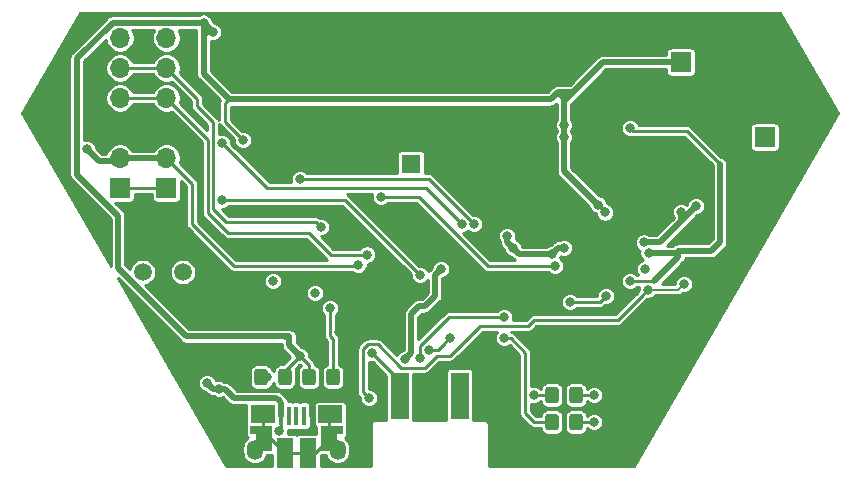
<source format=gtl>
G04 #@! TF.GenerationSoftware,KiCad,Pcbnew,(5.1.6)-1*
G04 #@! TF.CreationDate,2021-01-14T13:32:54+01:00*
G04 #@! TF.ProjectId,Power_module_v1,506f7765-725f-46d6-9f64-756c655f7631,rev?*
G04 #@! TF.SameCoordinates,Original*
G04 #@! TF.FileFunction,Copper,L1,Top*
G04 #@! TF.FilePolarity,Positive*
%FSLAX46Y46*%
G04 Gerber Fmt 4.6, Leading zero omitted, Abs format (unit mm)*
G04 Created by KiCad (PCBNEW (5.1.6)-1) date 2021-01-14 13:32:54*
%MOMM*%
%LPD*%
G01*
G04 APERTURE LIST*
G04 #@! TA.AperFunction,ComponentPad*
%ADD10R,1.700000X1.700000*%
G04 #@! TD*
G04 #@! TA.AperFunction,ComponentPad*
%ADD11O,1.700000X1.700000*%
G04 #@! TD*
G04 #@! TA.AperFunction,SMDPad,CuDef*
%ADD12R,1.430000X2.500000*%
G04 #@! TD*
G04 #@! TA.AperFunction,SMDPad,CuDef*
%ADD13R,2.000000X1.500000*%
G04 #@! TD*
G04 #@! TA.AperFunction,SMDPad,CuDef*
%ADD14R,1.350000X2.000000*%
G04 #@! TD*
G04 #@! TA.AperFunction,SMDPad,CuDef*
%ADD15R,0.400000X1.650000*%
G04 #@! TD*
G04 #@! TA.AperFunction,ComponentPad*
%ADD16O,1.350000X1.700000*%
G04 #@! TD*
G04 #@! TA.AperFunction,ComponentPad*
%ADD17O,1.100000X1.500000*%
G04 #@! TD*
G04 #@! TA.AperFunction,SMDPad,CuDef*
%ADD18R,1.825000X0.700000*%
G04 #@! TD*
G04 #@! TA.AperFunction,SMDPad,CuDef*
%ADD19R,1.700000X1.700000*%
G04 #@! TD*
G04 #@! TA.AperFunction,SMDPad,CuDef*
%ADD20O,1.700000X1.700000*%
G04 #@! TD*
G04 #@! TA.AperFunction,SMDPad,CuDef*
%ADD21R,1.524000X4.000000*%
G04 #@! TD*
G04 #@! TA.AperFunction,ComponentPad*
%ADD22R,1.600000X1.600000*%
G04 #@! TD*
G04 #@! TA.AperFunction,ComponentPad*
%ADD23C,1.600000*%
G04 #@! TD*
G04 #@! TA.AperFunction,ComponentPad*
%ADD24C,1.500000*%
G04 #@! TD*
G04 #@! TA.AperFunction,ViaPad*
%ADD25C,0.800000*%
G04 #@! TD*
G04 #@! TA.AperFunction,ViaPad*
%ADD26C,0.400000*%
G04 #@! TD*
G04 #@! TA.AperFunction,Conductor*
%ADD27C,0.254000*%
G04 #@! TD*
G04 #@! TA.AperFunction,Conductor*
%ADD28C,0.500000*%
G04 #@! TD*
G04 #@! TA.AperFunction,Conductor*
%ADD29C,0.250000*%
G04 #@! TD*
G04 #@! TA.AperFunction,Conductor*
%ADD30C,0.200000*%
G04 #@! TD*
G04 #@! TA.AperFunction,Conductor*
%ADD31C,0.300000*%
G04 #@! TD*
G04 APERTURE END LIST*
D10*
X150876000Y-80010000D03*
D11*
X150876000Y-82550000D03*
G04 #@! TA.AperFunction,SMDPad,CuDef*
G36*
G01*
X107620000Y-100780001D02*
X107620000Y-99879999D01*
G75*
G02*
X107869999Y-99630000I249999J0D01*
G01*
X108520001Y-99630000D01*
G75*
G02*
X108770000Y-99879999I0J-249999D01*
G01*
X108770000Y-100780001D01*
G75*
G02*
X108520001Y-101030000I-249999J0D01*
G01*
X107869999Y-101030000D01*
G75*
G02*
X107620000Y-100780001I0J249999D01*
G01*
G37*
G04 #@! TD.AperFunction*
G04 #@! TA.AperFunction,SMDPad,CuDef*
G36*
G01*
X109670000Y-100780001D02*
X109670000Y-99879999D01*
G75*
G02*
X109919999Y-99630000I249999J0D01*
G01*
X110570001Y-99630000D01*
G75*
G02*
X110820000Y-99879999I0J-249999D01*
G01*
X110820000Y-100780001D01*
G75*
G02*
X110570001Y-101030000I-249999J0D01*
G01*
X109919999Y-101030000D01*
G75*
G02*
X109670000Y-100780001I0J249999D01*
G01*
G37*
G04 #@! TD.AperFunction*
G04 #@! TA.AperFunction,SMDPad,CuDef*
G36*
G01*
X114884000Y-99879999D02*
X114884000Y-100780001D01*
G75*
G02*
X114634001Y-101030000I-249999J0D01*
G01*
X113983999Y-101030000D01*
G75*
G02*
X113734000Y-100780001I0J249999D01*
G01*
X113734000Y-99879999D01*
G75*
G02*
X113983999Y-99630000I249999J0D01*
G01*
X114634001Y-99630000D01*
G75*
G02*
X114884000Y-99879999I0J-249999D01*
G01*
G37*
G04 #@! TD.AperFunction*
G04 #@! TA.AperFunction,SMDPad,CuDef*
G36*
G01*
X112834000Y-99879999D02*
X112834000Y-100780001D01*
G75*
G02*
X112584001Y-101030000I-249999J0D01*
G01*
X111933999Y-101030000D01*
G75*
G02*
X111684000Y-100780001I0J249999D01*
G01*
X111684000Y-99879999D01*
G75*
G02*
X111933999Y-99630000I249999J0D01*
G01*
X112584001Y-99630000D01*
G75*
G02*
X112834000Y-99879999I0J-249999D01*
G01*
G37*
G04 #@! TD.AperFunction*
G04 #@! TA.AperFunction,SMDPad,CuDef*
G36*
G01*
X133408000Y-103689999D02*
X133408000Y-104590001D01*
G75*
G02*
X133158001Y-104840000I-249999J0D01*
G01*
X132507999Y-104840000D01*
G75*
G02*
X132258000Y-104590001I0J249999D01*
G01*
X132258000Y-103689999D01*
G75*
G02*
X132507999Y-103440000I249999J0D01*
G01*
X133158001Y-103440000D01*
G75*
G02*
X133408000Y-103689999I0J-249999D01*
G01*
G37*
G04 #@! TD.AperFunction*
G04 #@! TA.AperFunction,SMDPad,CuDef*
G36*
G01*
X135458000Y-103689999D02*
X135458000Y-104590001D01*
G75*
G02*
X135208001Y-104840000I-249999J0D01*
G01*
X134557999Y-104840000D01*
G75*
G02*
X134308000Y-104590001I0J249999D01*
G01*
X134308000Y-103689999D01*
G75*
G02*
X134557999Y-103440000I249999J0D01*
G01*
X135208001Y-103440000D01*
G75*
G02*
X135458000Y-103689999I0J-249999D01*
G01*
G37*
G04 #@! TD.AperFunction*
G04 #@! TA.AperFunction,SMDPad,CuDef*
G36*
G01*
X133408000Y-101403999D02*
X133408000Y-102304001D01*
G75*
G02*
X133158001Y-102554000I-249999J0D01*
G01*
X132507999Y-102554000D01*
G75*
G02*
X132258000Y-102304001I0J249999D01*
G01*
X132258000Y-101403999D01*
G75*
G02*
X132507999Y-101154000I249999J0D01*
G01*
X133158001Y-101154000D01*
G75*
G02*
X133408000Y-101403999I0J-249999D01*
G01*
G37*
G04 #@! TD.AperFunction*
G04 #@! TA.AperFunction,SMDPad,CuDef*
G36*
G01*
X135458000Y-101403999D02*
X135458000Y-102304001D01*
G75*
G02*
X135208001Y-102554000I-249999J0D01*
G01*
X134557999Y-102554000D01*
G75*
G02*
X134308000Y-102304001I0J249999D01*
G01*
X134308000Y-101403999D01*
G75*
G02*
X134557999Y-101154000I249999J0D01*
G01*
X135208001Y-101154000D01*
G75*
G02*
X135458000Y-101403999I0J-249999D01*
G01*
G37*
G04 #@! TD.AperFunction*
D12*
X110228900Y-106746740D03*
D13*
X108338900Y-103496740D03*
D14*
X113938900Y-105546740D03*
X108458900Y-105546740D03*
D15*
X111188900Y-103596740D03*
D16*
X114688900Y-106476740D03*
D17*
X108768900Y-103476740D03*
X113608900Y-103476740D03*
D15*
X112488900Y-103596740D03*
X111838900Y-103596740D03*
D18*
X114188900Y-104796740D03*
D15*
X109888900Y-103596740D03*
D13*
X114088900Y-103476740D03*
D18*
X108238900Y-104796740D03*
D15*
X110538900Y-103596740D03*
D16*
X107688900Y-106476740D03*
D12*
X112148900Y-106746740D03*
D11*
X146304000Y-73660000D03*
D10*
X143764000Y-73660000D03*
D19*
X96266000Y-84328000D03*
D20*
X96266000Y-81788000D03*
X96266000Y-79248000D03*
X96266000Y-76708000D03*
X96266000Y-74168000D03*
X96266000Y-71628000D03*
D11*
X100203000Y-71628000D03*
X100203000Y-74168000D03*
X100203000Y-76708000D03*
X100203000Y-79248000D03*
X100203000Y-81788000D03*
D10*
X100203000Y-84328000D03*
D21*
X125049280Y-101912420D03*
X122509280Y-101912420D03*
X119969280Y-101912420D03*
D22*
X120904000Y-82296000D03*
D23*
X120904000Y-79796000D03*
D24*
X101600000Y-91440000D03*
X98200000Y-91440000D03*
D25*
X112268000Y-71120000D03*
X153670000Y-74930000D03*
D26*
X106680000Y-96012000D03*
X106680000Y-94996000D03*
X136652000Y-88900000D03*
X138176000Y-88900000D03*
X136652000Y-89662000D03*
X136652000Y-90424000D03*
X138176000Y-89662000D03*
X138176000Y-90424000D03*
X137414000Y-88900000D03*
X137414000Y-89662000D03*
X137414000Y-90424000D03*
D25*
X141224000Y-87884000D03*
X132334000Y-88392000D03*
X132080000Y-86868000D03*
X132842000Y-87630000D03*
X133604000Y-88392000D03*
X140208000Y-87884000D03*
X141478000Y-86868000D03*
X129286000Y-98552000D03*
X103378000Y-91948000D03*
X106680000Y-93980000D03*
X102870000Y-81026000D03*
X114808000Y-96520000D03*
X120650000Y-93726000D03*
X103886000Y-90170000D03*
X149860000Y-73660000D03*
X90170000Y-77470000D03*
X154940000Y-78740000D03*
X140970000Y-101600000D03*
X138430000Y-105410000D03*
X129540000Y-105410000D03*
X95250000Y-88900000D03*
X128270000Y-78740000D03*
X125730000Y-78740000D03*
X148336000Y-90170000D03*
X151130000Y-85090000D03*
X113030000Y-78740000D03*
X149860000Y-71120000D03*
X143510000Y-71120000D03*
X137160000Y-71120000D03*
X130810000Y-71120000D03*
X124460000Y-71120000D03*
X118110000Y-71120000D03*
X106680000Y-71120000D03*
X90170000Y-80010000D03*
X93218000Y-70358000D03*
X90932000Y-74930000D03*
X108204000Y-75946000D03*
X111252000Y-101381000D03*
X104648000Y-101346000D03*
X144018000Y-92456000D03*
X140970000Y-92927000D03*
X103632000Y-100838000D03*
X109751402Y-104896738D03*
X117348000Y-102108000D03*
X104140000Y-71120000D03*
X133858000Y-78994000D03*
X133858000Y-80010000D03*
X106680000Y-80264000D03*
X137330343Y-86387491D03*
X136753600Y-85725000D03*
X103347999Y-70327999D03*
X111506000Y-98552000D03*
X143764000Y-86360000D03*
X145034000Y-85852000D03*
X140617923Y-88937000D03*
X120396000Y-98806000D03*
X123444000Y-91186000D03*
X93472000Y-81026000D03*
X116446067Y-90817933D03*
X139446000Y-92202000D03*
X139446000Y-79248000D03*
X141032228Y-89848685D03*
X140716000Y-91186000D03*
X109220000Y-92202000D03*
X108712000Y-100330000D03*
X128778000Y-97028000D03*
X136398000Y-104140000D03*
X131318000Y-101854000D03*
X136398000Y-101854000D03*
X117602000Y-98298000D03*
X122417363Y-98054637D03*
X124181273Y-97038443D03*
X121666000Y-91694000D03*
X104901999Y-85344000D03*
X117173067Y-89963463D03*
X113284000Y-87630000D03*
X125215933Y-87382067D03*
X104902000Y-80518000D03*
X126238000Y-87376000D03*
X111506000Y-83566000D03*
X133096000Y-90932000D03*
X118364000Y-85090000D03*
X129540000Y-89408000D03*
X133858000Y-89387000D03*
X129032000Y-88392000D03*
X132842000Y-89895000D03*
X121653147Y-98699598D03*
X128778000Y-95250000D03*
X137414000Y-93472000D03*
X134366000Y-93980000D03*
X112776000Y-93218000D03*
X114046001Y-94488000D03*
D27*
X100203000Y-79248000D02*
X96266000Y-79248000D01*
X122509280Y-101912420D02*
X122509280Y-99740720D01*
X123659347Y-99740720D02*
X124848067Y-98552000D01*
X122509280Y-99740720D02*
X123659347Y-99740720D01*
X124848067Y-98552000D02*
X129032000Y-98552000D01*
X129032000Y-98552000D02*
X129286000Y-98552000D01*
X105410000Y-93980000D02*
X103378000Y-91948000D01*
X106680000Y-93980000D02*
X105410000Y-93980000D01*
X100203000Y-79248000D02*
X101981000Y-81026000D01*
X101981000Y-81026000D02*
X102870000Y-81026000D01*
X114808000Y-96520000D02*
X116078000Y-96520000D01*
D28*
X116078000Y-96520000D02*
X117856000Y-96520000D01*
X117856000Y-96520000D02*
X120650000Y-93726000D01*
D29*
X103378000Y-90678000D02*
X103886000Y-90170000D01*
X103378000Y-91948000D02*
X103378000Y-90678000D01*
D28*
X108204000Y-72644000D02*
X106680000Y-71120000D01*
X108204000Y-75946000D02*
X108204000Y-72644000D01*
X112488900Y-102582900D02*
X112488900Y-102153098D01*
X112488900Y-103596740D02*
X112488900Y-102582900D01*
X112488900Y-102026132D02*
X112488900Y-102582900D01*
X116078000Y-96520000D02*
X116078000Y-100584000D01*
X114635868Y-102026132D02*
X112488900Y-102026132D01*
X116078000Y-100584000D02*
X114635868Y-102026132D01*
X111458162Y-101381000D02*
X111252000Y-101381000D01*
X112488900Y-102026132D02*
X112488901Y-102411739D01*
X112488901Y-102411739D02*
X111458162Y-101381000D01*
D30*
X140970000Y-92927000D02*
X143547000Y-92927000D01*
X143547000Y-92927000D02*
X144018000Y-92456000D01*
D28*
X104140000Y-101346000D02*
X105156000Y-101346000D01*
X103632000Y-100838000D02*
X104140000Y-101346000D01*
X105156000Y-101346000D02*
X104902000Y-101346000D01*
X109888900Y-103596740D02*
X109888900Y-102486738D01*
X109698901Y-102296739D02*
X109888900Y-102486738D01*
X109698901Y-102296739D02*
X109662739Y-102296739D01*
D27*
X109888900Y-103596740D02*
X109888900Y-104808900D01*
X109888900Y-104808900D02*
X109982000Y-104902000D01*
X140570001Y-93326999D02*
X140570001Y-93363999D01*
X140970000Y-92927000D02*
X140570001Y-93326999D01*
X140570001Y-93363999D02*
X138430000Y-95504000D01*
X130844999Y-95977001D02*
X131318000Y-95504000D01*
X122074932Y-99533001D02*
X123099286Y-98508647D01*
X120047039Y-99533001D02*
X122074932Y-99533001D01*
X118085037Y-97570999D02*
X120047039Y-99533001D01*
X117253039Y-97570999D02*
X118085037Y-97570999D01*
X126781000Y-95977001D02*
X130844999Y-95977001D01*
X124249354Y-98508647D02*
X126781000Y-95977001D01*
X116874999Y-97949039D02*
X117253039Y-97570999D01*
X117348000Y-102108000D02*
X116874999Y-101634999D01*
X123099286Y-98508647D02*
X124249354Y-98508647D01*
X116874999Y-101634999D02*
X116874999Y-97949039D01*
X138430000Y-95504000D02*
X131318000Y-95504000D01*
D28*
X109698901Y-102296739D02*
X109510162Y-102108000D01*
X105918000Y-102108000D02*
X105156000Y-101346000D01*
X109510162Y-102108000D02*
X105918000Y-102108000D01*
D27*
X106680000Y-80264000D02*
X105156000Y-78740000D01*
D28*
X133858000Y-78994000D02*
X133858000Y-82888000D01*
X133858000Y-82888000D02*
X136457600Y-85487600D01*
D27*
X137332434Y-86385400D02*
X137330343Y-86387491D01*
X137414000Y-86385400D02*
X137332434Y-86385400D01*
X136457600Y-85505200D02*
X136533800Y-85505200D01*
X136457600Y-85487600D02*
X136457600Y-85505200D01*
X136533800Y-85505200D02*
X136753600Y-85725000D01*
D31*
X136753600Y-85725000D02*
X137414000Y-86385400D01*
D28*
X92621999Y-83194001D02*
X92621999Y-73347999D01*
X96100001Y-91116003D02*
X96100001Y-86672003D01*
X96100001Y-86672003D02*
X92621999Y-83194001D01*
X101877988Y-96893990D02*
X96100001Y-91116003D01*
X133858000Y-76962000D02*
X133858000Y-80010000D01*
X134620000Y-76200000D02*
X133858000Y-76962000D01*
X133858000Y-76708000D02*
X133350000Y-76200000D01*
X133858000Y-76962000D02*
X133858000Y-76708000D01*
X133350000Y-76200000D02*
X134620000Y-76200000D01*
X95641999Y-70327999D02*
X103347999Y-70327999D01*
X92621999Y-73347999D02*
X95641999Y-70327999D01*
X137160000Y-73660000D02*
X133858000Y-76962000D01*
X143764000Y-73660000D02*
X137160000Y-73660000D01*
X132753999Y-76796001D02*
X105498001Y-76796001D01*
X133350000Y-76200000D02*
X132753999Y-76796001D01*
X105498001Y-76796001D02*
X103347999Y-74645999D01*
D27*
X105156000Y-77138002D02*
X105498001Y-76796001D01*
X105156000Y-78740000D02*
X105156000Y-77138002D01*
D28*
X103347999Y-70327999D02*
X104140000Y-71120000D01*
X103632000Y-71120000D02*
X103347999Y-71404001D01*
X104140000Y-71120000D02*
X103632000Y-71120000D01*
X103347999Y-74645999D02*
X103347999Y-71404001D01*
X103347999Y-71404001D02*
X103347999Y-70327999D01*
D27*
X110245000Y-97037000D02*
X110101990Y-96893990D01*
D28*
X110609990Y-96893990D02*
X110101990Y-96893990D01*
X110101990Y-96893990D02*
X101877988Y-96893990D01*
X110609990Y-96893990D02*
X110609990Y-97655990D01*
X110609990Y-97655990D02*
X111506000Y-98552000D01*
D27*
X112259000Y-99305000D02*
X111506000Y-98552000D01*
X112259000Y-100330000D02*
X112259000Y-99305000D01*
X110245000Y-99813000D02*
X111506000Y-98552000D01*
X110245000Y-100330000D02*
X110245000Y-99813000D01*
D28*
X143510000Y-87376000D02*
X145034000Y-85852000D01*
X143764000Y-87122000D02*
X141986000Y-88900000D01*
X143764000Y-86360000D02*
X143764000Y-87122000D01*
D29*
X141949000Y-88937000D02*
X141986000Y-88900000D01*
D28*
X140617923Y-88937000D02*
X141949000Y-88937000D01*
X93472000Y-81026000D02*
X94488000Y-82042000D01*
X96012000Y-82042000D02*
X96266000Y-81788000D01*
X94488000Y-82042000D02*
X96012000Y-82042000D01*
X96266000Y-81788000D02*
X100203000Y-81788000D01*
X122936000Y-91694000D02*
X123444000Y-91186000D01*
X122936000Y-93460002D02*
X122936000Y-91694000D01*
X122074001Y-94322001D02*
X122936000Y-93460002D01*
X121831999Y-94322001D02*
X122074001Y-94322001D01*
X120904000Y-94996000D02*
X120904000Y-98298000D01*
X122074001Y-94322001D02*
X121577999Y-94322001D01*
X120904000Y-98298000D02*
X120396000Y-98806000D01*
X121577999Y-94322001D02*
X120904000Y-94996000D01*
D27*
X116366999Y-90897001D02*
X116446067Y-90817933D01*
X100203000Y-81788000D02*
X102362000Y-83947000D01*
X102362000Y-83947000D02*
X102362000Y-87376000D01*
X105883001Y-90897001D02*
X109762999Y-90897001D01*
X102362000Y-87376000D02*
X105883001Y-90897001D01*
X109312001Y-90897001D02*
X109762999Y-90897001D01*
X109762999Y-90897001D02*
X116366999Y-90897001D01*
D28*
X143546999Y-89625001D02*
X146340999Y-89625001D01*
X141478000Y-92202000D02*
X143546999Y-90133001D01*
X143546999Y-90133001D02*
X143546999Y-89625001D01*
D29*
X139446000Y-92202000D02*
X141478000Y-92202000D01*
X144272000Y-79502000D02*
X139700000Y-79502000D01*
X139700000Y-79502000D02*
X139446000Y-79248000D01*
X147066000Y-82296000D02*
X144272000Y-79502000D01*
D28*
X147066000Y-88900000D02*
X147066000Y-82296000D01*
X146340999Y-89625001D02*
X147066000Y-88900000D01*
D29*
X143323315Y-89848685D02*
X143546999Y-89625001D01*
D28*
X141032228Y-89848685D02*
X143323315Y-89848685D01*
D27*
X108712000Y-100330000D02*
X108195000Y-100330000D01*
X132833000Y-104140000D02*
X131318000Y-104140000D01*
X130590999Y-98275314D02*
X130590999Y-103412999D01*
X130590999Y-103412999D02*
X131318000Y-104140000D01*
X129343685Y-97028000D02*
X130590999Y-98275314D01*
X128778000Y-97028000D02*
X129343685Y-97028000D01*
X136398000Y-104140000D02*
X134883000Y-104140000D01*
X131318000Y-101854000D02*
X132833000Y-101854000D01*
X134883000Y-101854000D02*
X136398000Y-101854000D01*
X119969280Y-100665280D02*
X119969280Y-101912420D01*
X117602000Y-98298000D02*
X119969280Y-100665280D01*
X122417363Y-98054637D02*
X123179363Y-98054637D01*
X123179363Y-98054637D02*
X123826497Y-97407503D01*
X123826497Y-97407503D02*
X123826497Y-97393219D01*
X123826497Y-97393219D02*
X124181273Y-97038443D01*
X108338900Y-104696740D02*
X108238900Y-104796740D01*
X108338900Y-103496740D02*
X108338900Y-104696740D01*
X108238900Y-105926740D02*
X107688900Y-106476740D01*
X108238900Y-104796740D02*
X108238900Y-105926740D01*
X109028900Y-105546740D02*
X110228900Y-106746740D01*
X108458900Y-105546740D02*
X109028900Y-105546740D01*
X110228900Y-106746740D02*
X112148900Y-106746740D01*
X112738900Y-106746740D02*
X113938900Y-105546740D01*
X112148900Y-106746740D02*
X112738900Y-106746740D01*
X113938900Y-103626740D02*
X114088900Y-103476740D01*
X113938900Y-105546740D02*
X113938900Y-103626740D01*
X113938900Y-105726740D02*
X114688900Y-106476740D01*
X113938900Y-105546740D02*
X113938900Y-105726740D01*
X114088900Y-103476740D02*
X113608900Y-103476740D01*
X108748900Y-103496740D02*
X108768900Y-103476740D01*
X108338900Y-103496740D02*
X108748900Y-103496740D01*
X107688900Y-106316740D02*
X108458900Y-105546740D01*
X107688900Y-106476740D02*
X107688900Y-106316740D01*
X100237999Y-84362999D02*
X100203000Y-84328000D01*
X100203000Y-84328000D02*
X96266000Y-84328000D01*
X121666000Y-91694000D02*
X115316000Y-85344000D01*
X115316000Y-85344000D02*
X104901999Y-85344000D01*
X100203000Y-76708000D02*
X96266000Y-76708000D01*
X103720989Y-80225989D02*
X103720989Y-86448989D01*
X100203000Y-76708000D02*
X103720989Y-80225989D01*
X103720989Y-86448989D02*
X105410000Y-88138000D01*
X105410000Y-88138000D02*
X112268000Y-88138000D01*
X112268000Y-88138000D02*
X114093463Y-89963463D01*
X114093463Y-89963463D02*
X117173067Y-89963463D01*
X100203000Y-74168000D02*
X96266000Y-74168000D01*
X102816010Y-77416010D02*
X102816010Y-76781010D01*
X112874157Y-87220157D02*
X105254157Y-87220157D01*
X113284000Y-87630000D02*
X112874157Y-87220157D01*
X102816010Y-76781010D02*
X100203000Y-74168000D01*
X104174999Y-86140999D02*
X104174999Y-78774999D01*
X105254157Y-87220157D02*
X104174999Y-86140999D01*
X104174999Y-78774999D02*
X102816010Y-77416010D01*
X125215933Y-87382067D02*
X122196865Y-84362999D01*
X108746999Y-84362999D02*
X122196865Y-84362999D01*
X104902000Y-80518000D02*
X108746999Y-84362999D01*
X126238000Y-87376000D02*
X122428000Y-83566000D01*
X122428000Y-83566000D02*
X111506000Y-83566000D01*
X133096000Y-90932000D02*
X129540000Y-90932000D01*
X127396999Y-90932000D02*
X121554999Y-85090000D01*
X129540000Y-90932000D02*
X127396999Y-90932000D01*
X121554999Y-85090000D02*
X118364000Y-85090000D01*
D28*
X132842000Y-89916000D02*
X130048000Y-89916000D01*
X130048000Y-89916000D02*
X129540000Y-89408000D01*
X133371000Y-89387000D02*
X132842000Y-89916000D01*
X133858000Y-89387000D02*
X133371000Y-89387000D01*
X129032000Y-88900000D02*
X129032000Y-88392000D01*
X129540000Y-89408000D02*
X129032000Y-88900000D01*
X129561000Y-89387000D02*
X129540000Y-89408000D01*
D27*
X124146038Y-95250000D02*
X128778000Y-95250000D01*
X121653147Y-98699598D02*
X121653147Y-97742891D01*
X121653147Y-97742891D02*
X124146038Y-95250000D01*
D29*
X136906000Y-93980000D02*
X137414000Y-93472000D01*
X134366000Y-93980000D02*
X136906000Y-93980000D01*
D27*
X114046001Y-96833963D02*
X114046001Y-94488000D01*
X114309000Y-97096962D02*
X114046001Y-96833963D01*
X114309000Y-97096962D02*
X114309000Y-100330000D01*
G36*
X101854000Y-84157421D02*
G01*
X101854001Y-87351046D01*
X101851543Y-87376000D01*
X101855434Y-87415500D01*
X101861352Y-87475585D01*
X101877985Y-87530415D01*
X101890400Y-87571343D01*
X101937571Y-87659595D01*
X101977123Y-87707789D01*
X102001053Y-87736948D01*
X102020430Y-87752850D01*
X105506151Y-91238572D01*
X105522053Y-91257949D01*
X105541430Y-91273851D01*
X105599405Y-91321430D01*
X105664884Y-91356429D01*
X105687658Y-91368602D01*
X105783416Y-91397650D01*
X105858054Y-91405001D01*
X105858056Y-91405001D01*
X105883000Y-91407458D01*
X105907944Y-91405001D01*
X115928634Y-91405001D01*
X115948208Y-91424575D01*
X116076125Y-91510046D01*
X116218258Y-91568920D01*
X116369145Y-91598933D01*
X116522989Y-91598933D01*
X116673876Y-91568920D01*
X116816009Y-91510046D01*
X116943926Y-91424575D01*
X117052709Y-91315792D01*
X117138180Y-91187875D01*
X117197054Y-91045742D01*
X117227067Y-90894855D01*
X117227067Y-90744463D01*
X117249989Y-90744463D01*
X117400876Y-90714450D01*
X117543009Y-90655576D01*
X117670926Y-90570105D01*
X117779709Y-90461322D01*
X117865180Y-90333405D01*
X117924054Y-90191272D01*
X117954067Y-90040385D01*
X117954067Y-89886541D01*
X117924054Y-89735654D01*
X117865180Y-89593521D01*
X117779709Y-89465604D01*
X117670926Y-89356821D01*
X117543009Y-89271350D01*
X117400876Y-89212476D01*
X117249989Y-89182463D01*
X117096145Y-89182463D01*
X116945258Y-89212476D01*
X116803125Y-89271350D01*
X116675208Y-89356821D01*
X116576566Y-89455463D01*
X114303883Y-89455463D01*
X113259420Y-88411000D01*
X113360922Y-88411000D01*
X113511809Y-88380987D01*
X113653942Y-88322113D01*
X113781859Y-88236642D01*
X113890642Y-88127859D01*
X113976113Y-87999942D01*
X114034987Y-87857809D01*
X114065000Y-87706922D01*
X114065000Y-87553078D01*
X114034987Y-87402191D01*
X113976113Y-87260058D01*
X113890642Y-87132141D01*
X113781859Y-87023358D01*
X113653942Y-86937887D01*
X113511809Y-86879013D01*
X113360922Y-86849000D01*
X113222665Y-86849000D01*
X113157752Y-86795728D01*
X113069500Y-86748556D01*
X112973742Y-86719508D01*
X112899104Y-86712157D01*
X112899101Y-86712157D01*
X112874157Y-86709700D01*
X112849213Y-86712157D01*
X105464577Y-86712157D01*
X104877420Y-86125000D01*
X104978921Y-86125000D01*
X105129808Y-86094987D01*
X105271941Y-86036113D01*
X105399858Y-85950642D01*
X105498500Y-85852000D01*
X115105580Y-85852000D01*
X120885000Y-91631421D01*
X120885000Y-91770922D01*
X120915013Y-91921809D01*
X120973887Y-92063942D01*
X121059358Y-92191859D01*
X121168141Y-92300642D01*
X121296058Y-92386113D01*
X121438191Y-92444987D01*
X121589078Y-92475000D01*
X121742922Y-92475000D01*
X121893809Y-92444987D01*
X122035942Y-92386113D01*
X122163859Y-92300642D01*
X122272642Y-92191859D01*
X122305001Y-92143430D01*
X122305000Y-93198633D01*
X121812633Y-93691001D01*
X121608997Y-93691001D01*
X121577999Y-93687948D01*
X121454301Y-93700131D01*
X121335357Y-93736212D01*
X121225738Y-93794805D01*
X121168302Y-93841942D01*
X121129656Y-93873658D01*
X121109898Y-93897733D01*
X120479737Y-94527895D01*
X120455657Y-94547657D01*
X120376804Y-94643740D01*
X120318211Y-94753359D01*
X120282130Y-94872303D01*
X120273000Y-94965003D01*
X120273000Y-94965010D01*
X120269948Y-94996000D01*
X120273000Y-95026990D01*
X120273001Y-98034165D01*
X120168191Y-98055013D01*
X120026058Y-98113887D01*
X119898141Y-98199358D01*
X119789358Y-98308141D01*
X119703887Y-98436058D01*
X119693527Y-98461069D01*
X118461892Y-97229434D01*
X118445985Y-97210051D01*
X118368632Y-97146570D01*
X118280380Y-97099398D01*
X118184622Y-97070350D01*
X118109984Y-97062999D01*
X118109981Y-97062999D01*
X118085037Y-97060542D01*
X118060093Y-97062999D01*
X117277982Y-97062999D01*
X117253038Y-97060542D01*
X117228094Y-97062999D01*
X117228092Y-97062999D01*
X117153454Y-97070350D01*
X117057696Y-97099398D01*
X117057694Y-97099399D01*
X116969443Y-97146570D01*
X116919098Y-97187887D01*
X116892091Y-97210051D01*
X116876188Y-97229429D01*
X116533429Y-97572189D01*
X116514052Y-97588091D01*
X116498150Y-97607468D01*
X116498149Y-97607469D01*
X116450570Y-97665444D01*
X116409174Y-97742891D01*
X116403399Y-97753696D01*
X116379667Y-97831932D01*
X116374351Y-97849455D01*
X116364542Y-97949039D01*
X116367000Y-97973993D01*
X116366999Y-101610055D01*
X116364542Y-101634999D01*
X116366999Y-101659943D01*
X116366999Y-101659945D01*
X116374350Y-101734583D01*
X116403398Y-101830341D01*
X116450570Y-101918594D01*
X116514051Y-101995947D01*
X116533433Y-102011854D01*
X116567000Y-102045420D01*
X116567000Y-102184922D01*
X116597013Y-102335809D01*
X116655887Y-102477942D01*
X116741358Y-102605859D01*
X116850141Y-102714642D01*
X116978058Y-102800113D01*
X117120191Y-102858987D01*
X117271078Y-102889000D01*
X117424922Y-102889000D01*
X117575809Y-102858987D01*
X117717942Y-102800113D01*
X117845859Y-102714642D01*
X117954642Y-102605859D01*
X118040113Y-102477942D01*
X118098987Y-102335809D01*
X118129000Y-102184922D01*
X118129000Y-102031078D01*
X118098987Y-101880191D01*
X118040113Y-101738058D01*
X117954642Y-101610141D01*
X117845859Y-101501358D01*
X117717942Y-101415887D01*
X117575809Y-101357013D01*
X117424922Y-101327000D01*
X117382999Y-101327000D01*
X117382999Y-99050739D01*
X117525078Y-99079000D01*
X117664580Y-99079000D01*
X118824437Y-100238858D01*
X118824437Y-103912420D01*
X118826235Y-103930680D01*
X117947061Y-103930680D01*
X117927120Y-103928716D01*
X117907180Y-103930680D01*
X117907179Y-103930680D01*
X117847530Y-103936555D01*
X117770999Y-103959770D01*
X117700467Y-103997470D01*
X117638646Y-104048206D01*
X117587910Y-104110027D01*
X117550210Y-104180559D01*
X117526995Y-104257090D01*
X117519156Y-104336680D01*
X117521121Y-104356631D01*
X117521120Y-107846500D01*
X113246743Y-107846500D01*
X113246743Y-106957317D01*
X113274477Y-106929583D01*
X113669666Y-106929583D01*
X113708563Y-107057809D01*
X113806620Y-107241261D01*
X113938584Y-107402057D01*
X114099380Y-107534020D01*
X114282832Y-107632077D01*
X114481889Y-107692460D01*
X114688900Y-107712849D01*
X114895912Y-107692460D01*
X115094969Y-107632077D01*
X115278421Y-107534020D01*
X115439217Y-107402057D01*
X115571180Y-107241261D01*
X115669237Y-107057808D01*
X115729620Y-106858751D01*
X115744900Y-106703611D01*
X115744900Y-106249868D01*
X115729620Y-106094728D01*
X115669237Y-105895671D01*
X115571180Y-105712219D01*
X115439217Y-105551423D01*
X115324041Y-105456900D01*
X115372111Y-105417451D01*
X115419722Y-105359436D01*
X115455101Y-105293248D01*
X115476887Y-105221429D01*
X115484243Y-105146740D01*
X115484243Y-104446740D01*
X115476887Y-104372051D01*
X115459926Y-104316136D01*
X115464387Y-104301429D01*
X115471743Y-104226740D01*
X115471743Y-102726740D01*
X115464387Y-102652051D01*
X115442601Y-102580232D01*
X115407222Y-102514044D01*
X115359611Y-102456029D01*
X115301596Y-102408418D01*
X115235408Y-102373039D01*
X115163589Y-102351253D01*
X115088900Y-102343897D01*
X113635918Y-102343897D01*
X113608900Y-102341236D01*
X113581882Y-102343897D01*
X113088900Y-102343897D01*
X113014211Y-102351253D01*
X112942392Y-102373039D01*
X112876204Y-102408418D01*
X112818189Y-102456029D01*
X112770578Y-102514044D01*
X112735199Y-102580232D01*
X112713413Y-102652051D01*
X112706057Y-102726740D01*
X112706057Y-103045820D01*
X112691371Y-103094233D01*
X112677900Y-103231010D01*
X112677900Y-103722471D01*
X112691371Y-103859248D01*
X112706057Y-103907661D01*
X112706057Y-104226740D01*
X112713413Y-104301429D01*
X112735199Y-104373248D01*
X112770578Y-104439436D01*
X112818189Y-104497451D01*
X112876204Y-104545062D01*
X112881057Y-104547656D01*
X112881057Y-105115587D01*
X112863900Y-105113897D01*
X111433900Y-105113897D01*
X111359211Y-105121253D01*
X111287392Y-105143039D01*
X111221204Y-105178418D01*
X111188900Y-105204929D01*
X111156596Y-105178418D01*
X111090408Y-105143039D01*
X111018589Y-105121253D01*
X110943900Y-105113897D01*
X110504507Y-105113897D01*
X110532402Y-104973660D01*
X110532402Y-104819816D01*
X110529372Y-104804583D01*
X110738900Y-104804583D01*
X110813589Y-104797227D01*
X110863900Y-104781965D01*
X110914211Y-104797227D01*
X110988900Y-104804583D01*
X111388900Y-104804583D01*
X111463589Y-104797227D01*
X111513900Y-104781965D01*
X111564211Y-104797227D01*
X111638900Y-104804583D01*
X112038900Y-104804583D01*
X112113589Y-104797227D01*
X112185408Y-104775441D01*
X112251596Y-104740062D01*
X112309611Y-104692451D01*
X112357222Y-104634436D01*
X112392601Y-104568248D01*
X112414387Y-104496429D01*
X112421743Y-104421740D01*
X112421743Y-102771740D01*
X112414387Y-102697051D01*
X112392601Y-102625232D01*
X112357222Y-102559044D01*
X112309611Y-102501029D01*
X112251596Y-102453418D01*
X112185408Y-102418039D01*
X112113589Y-102396253D01*
X112038900Y-102388897D01*
X111638900Y-102388897D01*
X111564211Y-102396253D01*
X111513900Y-102411515D01*
X111463589Y-102396253D01*
X111388900Y-102388897D01*
X110988900Y-102388897D01*
X110914211Y-102396253D01*
X110863900Y-102411515D01*
X110813589Y-102396253D01*
X110738900Y-102388897D01*
X110513317Y-102388897D01*
X110510770Y-102363040D01*
X110474689Y-102244096D01*
X110416096Y-102134477D01*
X110337243Y-102038395D01*
X110313163Y-102018633D01*
X110167004Y-101872474D01*
X110147244Y-101848396D01*
X110123164Y-101828634D01*
X109978267Y-101683737D01*
X109958505Y-101659657D01*
X109862423Y-101580804D01*
X109752804Y-101522211D01*
X109633860Y-101486130D01*
X109541160Y-101477000D01*
X109541152Y-101477000D01*
X109510162Y-101473948D01*
X109479172Y-101477000D01*
X106179369Y-101477000D01*
X105624105Y-100921737D01*
X105604343Y-100897657D01*
X105508261Y-100818804D01*
X105398642Y-100760211D01*
X105279698Y-100724130D01*
X105186998Y-100715000D01*
X105186990Y-100715000D01*
X105156000Y-100711948D01*
X105125010Y-100715000D01*
X105109405Y-100715000D01*
X105017942Y-100653887D01*
X104875809Y-100595013D01*
X104724922Y-100565000D01*
X104571078Y-100565000D01*
X104420191Y-100595013D01*
X104383030Y-100610406D01*
X104382987Y-100610191D01*
X104324113Y-100468058D01*
X104238642Y-100340141D01*
X104129859Y-100231358D01*
X104001942Y-100145887D01*
X103859809Y-100087013D01*
X103708922Y-100057000D01*
X103555078Y-100057000D01*
X103404191Y-100087013D01*
X103262058Y-100145887D01*
X103134141Y-100231358D01*
X103025358Y-100340141D01*
X102939887Y-100468058D01*
X102881013Y-100610191D01*
X102851000Y-100761078D01*
X102851000Y-100914922D01*
X102881013Y-101065809D01*
X102939887Y-101207942D01*
X103025358Y-101335859D01*
X103134141Y-101444642D01*
X103262058Y-101530113D01*
X103404191Y-101588987D01*
X103512079Y-101610447D01*
X103671895Y-101770263D01*
X103691657Y-101794343D01*
X103787739Y-101873196D01*
X103897358Y-101931789D01*
X104016302Y-101967870D01*
X104109002Y-101977000D01*
X104109011Y-101977000D01*
X104139999Y-101980052D01*
X104170987Y-101977000D01*
X104186595Y-101977000D01*
X104278058Y-102038113D01*
X104420191Y-102096987D01*
X104571078Y-102127000D01*
X104724922Y-102127000D01*
X104875809Y-102096987D01*
X104973962Y-102056330D01*
X105449899Y-102532268D01*
X105469657Y-102556343D01*
X105493732Y-102576101D01*
X105493734Y-102576103D01*
X105553598Y-102625232D01*
X105565739Y-102635196D01*
X105675358Y-102693789D01*
X105794302Y-102729870D01*
X105887002Y-102739000D01*
X105887009Y-102739000D01*
X105918000Y-102742052D01*
X105948990Y-102739000D01*
X106956819Y-102739000D01*
X106956057Y-102746740D01*
X106956057Y-104246740D01*
X106963413Y-104321429D01*
X106964841Y-104326136D01*
X106950913Y-104372051D01*
X106943557Y-104446740D01*
X106943557Y-105146740D01*
X106950913Y-105221429D01*
X106972699Y-105293248D01*
X107008078Y-105359436D01*
X107055689Y-105417451D01*
X107078758Y-105436383D01*
X106938583Y-105551423D01*
X106806620Y-105712219D01*
X106708563Y-105895672D01*
X106648180Y-106094729D01*
X106632900Y-106249869D01*
X106632900Y-106703612D01*
X106648180Y-106858752D01*
X106708563Y-107057809D01*
X106806620Y-107241261D01*
X106938584Y-107402057D01*
X107099380Y-107534020D01*
X107282832Y-107632077D01*
X107481889Y-107692460D01*
X107688900Y-107712849D01*
X107895912Y-107692460D01*
X108094969Y-107632077D01*
X108278421Y-107534020D01*
X108439217Y-107402057D01*
X108571180Y-107241261D01*
X108669237Y-107057808D01*
X108708133Y-106929583D01*
X109131057Y-106929583D01*
X109131057Y-107846500D01*
X105234403Y-107846500D01*
X96076807Y-91985177D01*
X101409887Y-97318258D01*
X101429645Y-97342333D01*
X101453720Y-97362091D01*
X101453722Y-97362093D01*
X101525727Y-97421186D01*
X101635346Y-97479779D01*
X101754290Y-97515860D01*
X101877988Y-97528043D01*
X101908986Y-97524990D01*
X109978990Y-97524990D01*
X109978990Y-97625000D01*
X109975938Y-97655990D01*
X109978990Y-97686980D01*
X109978990Y-97686988D01*
X109988120Y-97779688D01*
X109994589Y-97801013D01*
X110024201Y-97898631D01*
X110082794Y-98008250D01*
X110141887Y-98080255D01*
X110141890Y-98080258D01*
X110161648Y-98104333D01*
X110185723Y-98124091D01*
X110700606Y-98638974D01*
X110092423Y-99247157D01*
X109919999Y-99247157D01*
X109796538Y-99259317D01*
X109677821Y-99295329D01*
X109568411Y-99353810D01*
X109472512Y-99432512D01*
X109393810Y-99528411D01*
X109335329Y-99637821D01*
X109299317Y-99756538D01*
X109294271Y-99807770D01*
X109209859Y-99723358D01*
X109110474Y-99656951D01*
X109104671Y-99637821D01*
X109046190Y-99528411D01*
X108967488Y-99432512D01*
X108871589Y-99353810D01*
X108762179Y-99295329D01*
X108643462Y-99259317D01*
X108520001Y-99247157D01*
X107869999Y-99247157D01*
X107746538Y-99259317D01*
X107627821Y-99295329D01*
X107518411Y-99353810D01*
X107422512Y-99432512D01*
X107343810Y-99528411D01*
X107285329Y-99637821D01*
X107249317Y-99756538D01*
X107237157Y-99879999D01*
X107237157Y-100780001D01*
X107249317Y-100903462D01*
X107285329Y-101022179D01*
X107343810Y-101131589D01*
X107422512Y-101227488D01*
X107518411Y-101306190D01*
X107627821Y-101364671D01*
X107746538Y-101400683D01*
X107869999Y-101412843D01*
X108520001Y-101412843D01*
X108643462Y-101400683D01*
X108762179Y-101364671D01*
X108871589Y-101306190D01*
X108967488Y-101227488D01*
X109046190Y-101131589D01*
X109104671Y-101022179D01*
X109110474Y-101003049D01*
X109209859Y-100936642D01*
X109294271Y-100852230D01*
X109299317Y-100903462D01*
X109335329Y-101022179D01*
X109393810Y-101131589D01*
X109472512Y-101227488D01*
X109568411Y-101306190D01*
X109677821Y-101364671D01*
X109796538Y-101400683D01*
X109919999Y-101412843D01*
X110570001Y-101412843D01*
X110693462Y-101400683D01*
X110812179Y-101364671D01*
X110921589Y-101306190D01*
X111017488Y-101227488D01*
X111096190Y-101131589D01*
X111154671Y-101022179D01*
X111190683Y-100903462D01*
X111202843Y-100780001D01*
X111202843Y-99879999D01*
X111190683Y-99756538D01*
X111154671Y-99637821D01*
X111149073Y-99627348D01*
X111443421Y-99333000D01*
X111568580Y-99333000D01*
X111586959Y-99351379D01*
X111582411Y-99353810D01*
X111486512Y-99432512D01*
X111407810Y-99528411D01*
X111349329Y-99637821D01*
X111313317Y-99756538D01*
X111301157Y-99879999D01*
X111301157Y-100780001D01*
X111313317Y-100903462D01*
X111349329Y-101022179D01*
X111407810Y-101131589D01*
X111486512Y-101227488D01*
X111582411Y-101306190D01*
X111691821Y-101364671D01*
X111810538Y-101400683D01*
X111933999Y-101412843D01*
X112584001Y-101412843D01*
X112707462Y-101400683D01*
X112826179Y-101364671D01*
X112935589Y-101306190D01*
X113031488Y-101227488D01*
X113110190Y-101131589D01*
X113168671Y-101022179D01*
X113204683Y-100903462D01*
X113216843Y-100780001D01*
X113216843Y-99879999D01*
X113204683Y-99756538D01*
X113168671Y-99637821D01*
X113110190Y-99528411D01*
X113031488Y-99432512D01*
X112935589Y-99353810D01*
X112826179Y-99295329D01*
X112766728Y-99277295D01*
X112766414Y-99274103D01*
X112759649Y-99205415D01*
X112730601Y-99109657D01*
X112683429Y-99021405D01*
X112619948Y-98944052D01*
X112600565Y-98928145D01*
X112287000Y-98614580D01*
X112287000Y-98475078D01*
X112256987Y-98324191D01*
X112198113Y-98182058D01*
X112112642Y-98054141D01*
X112003859Y-97945358D01*
X111875942Y-97859887D01*
X111733809Y-97801013D01*
X111625921Y-97779553D01*
X111240990Y-97394622D01*
X111240990Y-96924988D01*
X111244043Y-96893990D01*
X111231860Y-96770292D01*
X111195779Y-96651348D01*
X111137186Y-96541729D01*
X111058333Y-96445647D01*
X110962251Y-96366794D01*
X110852632Y-96308201D01*
X110733688Y-96272120D01*
X110640988Y-96262990D01*
X110609990Y-96259937D01*
X110578992Y-96262990D01*
X102139357Y-96262990D01*
X100287445Y-94411078D01*
X113265001Y-94411078D01*
X113265001Y-94564922D01*
X113295014Y-94715809D01*
X113353888Y-94857942D01*
X113439359Y-94985859D01*
X113538002Y-95084502D01*
X113538001Y-96809019D01*
X113535544Y-96833963D01*
X113538001Y-96858907D01*
X113538001Y-96858909D01*
X113545352Y-96933547D01*
X113574400Y-97029305D01*
X113621572Y-97117558D01*
X113685053Y-97194911D01*
X113704437Y-97210818D01*
X113801000Y-97307382D01*
X113801001Y-99277377D01*
X113741821Y-99295329D01*
X113632411Y-99353810D01*
X113536512Y-99432512D01*
X113457810Y-99528411D01*
X113399329Y-99637821D01*
X113363317Y-99756538D01*
X113351157Y-99879999D01*
X113351157Y-100780001D01*
X113363317Y-100903462D01*
X113399329Y-101022179D01*
X113457810Y-101131589D01*
X113536512Y-101227488D01*
X113632411Y-101306190D01*
X113741821Y-101364671D01*
X113860538Y-101400683D01*
X113983999Y-101412843D01*
X114634001Y-101412843D01*
X114757462Y-101400683D01*
X114876179Y-101364671D01*
X114985589Y-101306190D01*
X115081488Y-101227488D01*
X115160190Y-101131589D01*
X115218671Y-101022179D01*
X115254683Y-100903462D01*
X115266843Y-100780001D01*
X115266843Y-99879999D01*
X115254683Y-99756538D01*
X115218671Y-99637821D01*
X115160190Y-99528411D01*
X115081488Y-99432512D01*
X114985589Y-99353810D01*
X114876179Y-99295329D01*
X114817000Y-99277377D01*
X114817000Y-97121906D01*
X114819457Y-97096962D01*
X114814994Y-97051649D01*
X114809649Y-96997377D01*
X114780601Y-96901619D01*
X114733429Y-96813367D01*
X114669948Y-96736014D01*
X114650560Y-96720103D01*
X114554001Y-96623544D01*
X114554001Y-95084501D01*
X114652643Y-94985859D01*
X114738114Y-94857942D01*
X114796988Y-94715809D01*
X114827001Y-94564922D01*
X114827001Y-94411078D01*
X114796988Y-94260191D01*
X114738114Y-94118058D01*
X114652643Y-93990141D01*
X114543860Y-93881358D01*
X114415943Y-93795887D01*
X114273810Y-93737013D01*
X114122923Y-93707000D01*
X113969079Y-93707000D01*
X113818192Y-93737013D01*
X113676059Y-93795887D01*
X113548142Y-93881358D01*
X113439359Y-93990141D01*
X113353888Y-94118058D01*
X113295014Y-94260191D01*
X113265001Y-94411078D01*
X100287445Y-94411078D01*
X99017445Y-93141078D01*
X111995000Y-93141078D01*
X111995000Y-93294922D01*
X112025013Y-93445809D01*
X112083887Y-93587942D01*
X112169358Y-93715859D01*
X112278141Y-93824642D01*
X112406058Y-93910113D01*
X112548191Y-93968987D01*
X112699078Y-93999000D01*
X112852922Y-93999000D01*
X113003809Y-93968987D01*
X113145942Y-93910113D01*
X113273859Y-93824642D01*
X113382642Y-93715859D01*
X113468113Y-93587942D01*
X113526987Y-93445809D01*
X113557000Y-93294922D01*
X113557000Y-93141078D01*
X113526987Y-92990191D01*
X113468113Y-92848058D01*
X113382642Y-92720141D01*
X113273859Y-92611358D01*
X113145942Y-92525887D01*
X113003809Y-92467013D01*
X112852922Y-92437000D01*
X112699078Y-92437000D01*
X112548191Y-92467013D01*
X112406058Y-92525887D01*
X112278141Y-92611358D01*
X112169358Y-92720141D01*
X112083887Y-92848058D01*
X112025013Y-92990191D01*
X111995000Y-93141078D01*
X99017445Y-93141078D01*
X98424807Y-92548441D01*
X98529900Y-92527536D01*
X98735729Y-92442279D01*
X98920970Y-92318505D01*
X99078505Y-92160970D01*
X99202279Y-91975729D01*
X99287536Y-91769900D01*
X99331000Y-91551394D01*
X99331000Y-91328606D01*
X100469000Y-91328606D01*
X100469000Y-91551394D01*
X100512464Y-91769900D01*
X100597721Y-91975729D01*
X100721495Y-92160970D01*
X100879030Y-92318505D01*
X101064271Y-92442279D01*
X101270100Y-92527536D01*
X101488606Y-92571000D01*
X101711394Y-92571000D01*
X101929900Y-92527536D01*
X102135729Y-92442279D01*
X102320970Y-92318505D01*
X102478505Y-92160970D01*
X102502487Y-92125078D01*
X108439000Y-92125078D01*
X108439000Y-92278922D01*
X108469013Y-92429809D01*
X108527887Y-92571942D01*
X108613358Y-92699859D01*
X108722141Y-92808642D01*
X108850058Y-92894113D01*
X108992191Y-92952987D01*
X109143078Y-92983000D01*
X109296922Y-92983000D01*
X109447809Y-92952987D01*
X109589942Y-92894113D01*
X109717859Y-92808642D01*
X109826642Y-92699859D01*
X109912113Y-92571942D01*
X109970987Y-92429809D01*
X110001000Y-92278922D01*
X110001000Y-92125078D01*
X109970987Y-91974191D01*
X109912113Y-91832058D01*
X109826642Y-91704141D01*
X109717859Y-91595358D01*
X109589942Y-91509887D01*
X109447809Y-91451013D01*
X109296922Y-91421000D01*
X109143078Y-91421000D01*
X108992191Y-91451013D01*
X108850058Y-91509887D01*
X108722141Y-91595358D01*
X108613358Y-91704141D01*
X108527887Y-91832058D01*
X108469013Y-91974191D01*
X108439000Y-92125078D01*
X102502487Y-92125078D01*
X102602279Y-91975729D01*
X102687536Y-91769900D01*
X102731000Y-91551394D01*
X102731000Y-91328606D01*
X102687536Y-91110100D01*
X102602279Y-90904271D01*
X102478505Y-90719030D01*
X102320970Y-90561495D01*
X102135729Y-90437721D01*
X101929900Y-90352464D01*
X101711394Y-90309000D01*
X101488606Y-90309000D01*
X101270100Y-90352464D01*
X101064271Y-90437721D01*
X100879030Y-90561495D01*
X100721495Y-90719030D01*
X100597721Y-90904271D01*
X100512464Y-91110100D01*
X100469000Y-91328606D01*
X99331000Y-91328606D01*
X99287536Y-91110100D01*
X99202279Y-90904271D01*
X99078505Y-90719030D01*
X98920970Y-90561495D01*
X98735729Y-90437721D01*
X98529900Y-90352464D01*
X98311394Y-90309000D01*
X98088606Y-90309000D01*
X97870100Y-90352464D01*
X97664271Y-90437721D01*
X97479030Y-90561495D01*
X97321495Y-90719030D01*
X97197721Y-90904271D01*
X97112464Y-91110100D01*
X97091559Y-91215193D01*
X96731001Y-90854635D01*
X96731001Y-86703001D01*
X96734054Y-86672003D01*
X96721871Y-86548305D01*
X96685790Y-86429361D01*
X96627197Y-86319742D01*
X96568104Y-86247737D01*
X96568102Y-86247735D01*
X96548344Y-86223660D01*
X96524269Y-86203902D01*
X95881210Y-85560843D01*
X97116000Y-85560843D01*
X97190689Y-85553487D01*
X97262508Y-85531701D01*
X97328696Y-85496322D01*
X97386711Y-85448711D01*
X97434322Y-85390696D01*
X97469701Y-85324508D01*
X97491487Y-85252689D01*
X97498843Y-85178000D01*
X97498843Y-84836000D01*
X98970157Y-84836000D01*
X98970157Y-85178000D01*
X98977513Y-85252689D01*
X98999299Y-85324508D01*
X99034678Y-85390696D01*
X99082289Y-85448711D01*
X99140304Y-85496322D01*
X99206492Y-85531701D01*
X99278311Y-85553487D01*
X99353000Y-85560843D01*
X101053000Y-85560843D01*
X101127689Y-85553487D01*
X101199508Y-85531701D01*
X101265696Y-85496322D01*
X101323711Y-85448711D01*
X101371322Y-85390696D01*
X101406701Y-85324508D01*
X101428487Y-85252689D01*
X101435843Y-85178000D01*
X101435843Y-83739264D01*
X101854000Y-84157421D01*
G37*
X101854000Y-84157421D02*
X101854001Y-87351046D01*
X101851543Y-87376000D01*
X101855434Y-87415500D01*
X101861352Y-87475585D01*
X101877985Y-87530415D01*
X101890400Y-87571343D01*
X101937571Y-87659595D01*
X101977123Y-87707789D01*
X102001053Y-87736948D01*
X102020430Y-87752850D01*
X105506151Y-91238572D01*
X105522053Y-91257949D01*
X105541430Y-91273851D01*
X105599405Y-91321430D01*
X105664884Y-91356429D01*
X105687658Y-91368602D01*
X105783416Y-91397650D01*
X105858054Y-91405001D01*
X105858056Y-91405001D01*
X105883000Y-91407458D01*
X105907944Y-91405001D01*
X115928634Y-91405001D01*
X115948208Y-91424575D01*
X116076125Y-91510046D01*
X116218258Y-91568920D01*
X116369145Y-91598933D01*
X116522989Y-91598933D01*
X116673876Y-91568920D01*
X116816009Y-91510046D01*
X116943926Y-91424575D01*
X117052709Y-91315792D01*
X117138180Y-91187875D01*
X117197054Y-91045742D01*
X117227067Y-90894855D01*
X117227067Y-90744463D01*
X117249989Y-90744463D01*
X117400876Y-90714450D01*
X117543009Y-90655576D01*
X117670926Y-90570105D01*
X117779709Y-90461322D01*
X117865180Y-90333405D01*
X117924054Y-90191272D01*
X117954067Y-90040385D01*
X117954067Y-89886541D01*
X117924054Y-89735654D01*
X117865180Y-89593521D01*
X117779709Y-89465604D01*
X117670926Y-89356821D01*
X117543009Y-89271350D01*
X117400876Y-89212476D01*
X117249989Y-89182463D01*
X117096145Y-89182463D01*
X116945258Y-89212476D01*
X116803125Y-89271350D01*
X116675208Y-89356821D01*
X116576566Y-89455463D01*
X114303883Y-89455463D01*
X113259420Y-88411000D01*
X113360922Y-88411000D01*
X113511809Y-88380987D01*
X113653942Y-88322113D01*
X113781859Y-88236642D01*
X113890642Y-88127859D01*
X113976113Y-87999942D01*
X114034987Y-87857809D01*
X114065000Y-87706922D01*
X114065000Y-87553078D01*
X114034987Y-87402191D01*
X113976113Y-87260058D01*
X113890642Y-87132141D01*
X113781859Y-87023358D01*
X113653942Y-86937887D01*
X113511809Y-86879013D01*
X113360922Y-86849000D01*
X113222665Y-86849000D01*
X113157752Y-86795728D01*
X113069500Y-86748556D01*
X112973742Y-86719508D01*
X112899104Y-86712157D01*
X112899101Y-86712157D01*
X112874157Y-86709700D01*
X112849213Y-86712157D01*
X105464577Y-86712157D01*
X104877420Y-86125000D01*
X104978921Y-86125000D01*
X105129808Y-86094987D01*
X105271941Y-86036113D01*
X105399858Y-85950642D01*
X105498500Y-85852000D01*
X115105580Y-85852000D01*
X120885000Y-91631421D01*
X120885000Y-91770922D01*
X120915013Y-91921809D01*
X120973887Y-92063942D01*
X121059358Y-92191859D01*
X121168141Y-92300642D01*
X121296058Y-92386113D01*
X121438191Y-92444987D01*
X121589078Y-92475000D01*
X121742922Y-92475000D01*
X121893809Y-92444987D01*
X122035942Y-92386113D01*
X122163859Y-92300642D01*
X122272642Y-92191859D01*
X122305001Y-92143430D01*
X122305000Y-93198633D01*
X121812633Y-93691001D01*
X121608997Y-93691001D01*
X121577999Y-93687948D01*
X121454301Y-93700131D01*
X121335357Y-93736212D01*
X121225738Y-93794805D01*
X121168302Y-93841942D01*
X121129656Y-93873658D01*
X121109898Y-93897733D01*
X120479737Y-94527895D01*
X120455657Y-94547657D01*
X120376804Y-94643740D01*
X120318211Y-94753359D01*
X120282130Y-94872303D01*
X120273000Y-94965003D01*
X120273000Y-94965010D01*
X120269948Y-94996000D01*
X120273000Y-95026990D01*
X120273001Y-98034165D01*
X120168191Y-98055013D01*
X120026058Y-98113887D01*
X119898141Y-98199358D01*
X119789358Y-98308141D01*
X119703887Y-98436058D01*
X119693527Y-98461069D01*
X118461892Y-97229434D01*
X118445985Y-97210051D01*
X118368632Y-97146570D01*
X118280380Y-97099398D01*
X118184622Y-97070350D01*
X118109984Y-97062999D01*
X118109981Y-97062999D01*
X118085037Y-97060542D01*
X118060093Y-97062999D01*
X117277982Y-97062999D01*
X117253038Y-97060542D01*
X117228094Y-97062999D01*
X117228092Y-97062999D01*
X117153454Y-97070350D01*
X117057696Y-97099398D01*
X117057694Y-97099399D01*
X116969443Y-97146570D01*
X116919098Y-97187887D01*
X116892091Y-97210051D01*
X116876188Y-97229429D01*
X116533429Y-97572189D01*
X116514052Y-97588091D01*
X116498150Y-97607468D01*
X116498149Y-97607469D01*
X116450570Y-97665444D01*
X116409174Y-97742891D01*
X116403399Y-97753696D01*
X116379667Y-97831932D01*
X116374351Y-97849455D01*
X116364542Y-97949039D01*
X116367000Y-97973993D01*
X116366999Y-101610055D01*
X116364542Y-101634999D01*
X116366999Y-101659943D01*
X116366999Y-101659945D01*
X116374350Y-101734583D01*
X116403398Y-101830341D01*
X116450570Y-101918594D01*
X116514051Y-101995947D01*
X116533433Y-102011854D01*
X116567000Y-102045420D01*
X116567000Y-102184922D01*
X116597013Y-102335809D01*
X116655887Y-102477942D01*
X116741358Y-102605859D01*
X116850141Y-102714642D01*
X116978058Y-102800113D01*
X117120191Y-102858987D01*
X117271078Y-102889000D01*
X117424922Y-102889000D01*
X117575809Y-102858987D01*
X117717942Y-102800113D01*
X117845859Y-102714642D01*
X117954642Y-102605859D01*
X118040113Y-102477942D01*
X118098987Y-102335809D01*
X118129000Y-102184922D01*
X118129000Y-102031078D01*
X118098987Y-101880191D01*
X118040113Y-101738058D01*
X117954642Y-101610141D01*
X117845859Y-101501358D01*
X117717942Y-101415887D01*
X117575809Y-101357013D01*
X117424922Y-101327000D01*
X117382999Y-101327000D01*
X117382999Y-99050739D01*
X117525078Y-99079000D01*
X117664580Y-99079000D01*
X118824437Y-100238858D01*
X118824437Y-103912420D01*
X118826235Y-103930680D01*
X117947061Y-103930680D01*
X117927120Y-103928716D01*
X117907180Y-103930680D01*
X117907179Y-103930680D01*
X117847530Y-103936555D01*
X117770999Y-103959770D01*
X117700467Y-103997470D01*
X117638646Y-104048206D01*
X117587910Y-104110027D01*
X117550210Y-104180559D01*
X117526995Y-104257090D01*
X117519156Y-104336680D01*
X117521121Y-104356631D01*
X117521120Y-107846500D01*
X113246743Y-107846500D01*
X113246743Y-106957317D01*
X113274477Y-106929583D01*
X113669666Y-106929583D01*
X113708563Y-107057809D01*
X113806620Y-107241261D01*
X113938584Y-107402057D01*
X114099380Y-107534020D01*
X114282832Y-107632077D01*
X114481889Y-107692460D01*
X114688900Y-107712849D01*
X114895912Y-107692460D01*
X115094969Y-107632077D01*
X115278421Y-107534020D01*
X115439217Y-107402057D01*
X115571180Y-107241261D01*
X115669237Y-107057808D01*
X115729620Y-106858751D01*
X115744900Y-106703611D01*
X115744900Y-106249868D01*
X115729620Y-106094728D01*
X115669237Y-105895671D01*
X115571180Y-105712219D01*
X115439217Y-105551423D01*
X115324041Y-105456900D01*
X115372111Y-105417451D01*
X115419722Y-105359436D01*
X115455101Y-105293248D01*
X115476887Y-105221429D01*
X115484243Y-105146740D01*
X115484243Y-104446740D01*
X115476887Y-104372051D01*
X115459926Y-104316136D01*
X115464387Y-104301429D01*
X115471743Y-104226740D01*
X115471743Y-102726740D01*
X115464387Y-102652051D01*
X115442601Y-102580232D01*
X115407222Y-102514044D01*
X115359611Y-102456029D01*
X115301596Y-102408418D01*
X115235408Y-102373039D01*
X115163589Y-102351253D01*
X115088900Y-102343897D01*
X113635918Y-102343897D01*
X113608900Y-102341236D01*
X113581882Y-102343897D01*
X113088900Y-102343897D01*
X113014211Y-102351253D01*
X112942392Y-102373039D01*
X112876204Y-102408418D01*
X112818189Y-102456029D01*
X112770578Y-102514044D01*
X112735199Y-102580232D01*
X112713413Y-102652051D01*
X112706057Y-102726740D01*
X112706057Y-103045820D01*
X112691371Y-103094233D01*
X112677900Y-103231010D01*
X112677900Y-103722471D01*
X112691371Y-103859248D01*
X112706057Y-103907661D01*
X112706057Y-104226740D01*
X112713413Y-104301429D01*
X112735199Y-104373248D01*
X112770578Y-104439436D01*
X112818189Y-104497451D01*
X112876204Y-104545062D01*
X112881057Y-104547656D01*
X112881057Y-105115587D01*
X112863900Y-105113897D01*
X111433900Y-105113897D01*
X111359211Y-105121253D01*
X111287392Y-105143039D01*
X111221204Y-105178418D01*
X111188900Y-105204929D01*
X111156596Y-105178418D01*
X111090408Y-105143039D01*
X111018589Y-105121253D01*
X110943900Y-105113897D01*
X110504507Y-105113897D01*
X110532402Y-104973660D01*
X110532402Y-104819816D01*
X110529372Y-104804583D01*
X110738900Y-104804583D01*
X110813589Y-104797227D01*
X110863900Y-104781965D01*
X110914211Y-104797227D01*
X110988900Y-104804583D01*
X111388900Y-104804583D01*
X111463589Y-104797227D01*
X111513900Y-104781965D01*
X111564211Y-104797227D01*
X111638900Y-104804583D01*
X112038900Y-104804583D01*
X112113589Y-104797227D01*
X112185408Y-104775441D01*
X112251596Y-104740062D01*
X112309611Y-104692451D01*
X112357222Y-104634436D01*
X112392601Y-104568248D01*
X112414387Y-104496429D01*
X112421743Y-104421740D01*
X112421743Y-102771740D01*
X112414387Y-102697051D01*
X112392601Y-102625232D01*
X112357222Y-102559044D01*
X112309611Y-102501029D01*
X112251596Y-102453418D01*
X112185408Y-102418039D01*
X112113589Y-102396253D01*
X112038900Y-102388897D01*
X111638900Y-102388897D01*
X111564211Y-102396253D01*
X111513900Y-102411515D01*
X111463589Y-102396253D01*
X111388900Y-102388897D01*
X110988900Y-102388897D01*
X110914211Y-102396253D01*
X110863900Y-102411515D01*
X110813589Y-102396253D01*
X110738900Y-102388897D01*
X110513317Y-102388897D01*
X110510770Y-102363040D01*
X110474689Y-102244096D01*
X110416096Y-102134477D01*
X110337243Y-102038395D01*
X110313163Y-102018633D01*
X110167004Y-101872474D01*
X110147244Y-101848396D01*
X110123164Y-101828634D01*
X109978267Y-101683737D01*
X109958505Y-101659657D01*
X109862423Y-101580804D01*
X109752804Y-101522211D01*
X109633860Y-101486130D01*
X109541160Y-101477000D01*
X109541152Y-101477000D01*
X109510162Y-101473948D01*
X109479172Y-101477000D01*
X106179369Y-101477000D01*
X105624105Y-100921737D01*
X105604343Y-100897657D01*
X105508261Y-100818804D01*
X105398642Y-100760211D01*
X105279698Y-100724130D01*
X105186998Y-100715000D01*
X105186990Y-100715000D01*
X105156000Y-100711948D01*
X105125010Y-100715000D01*
X105109405Y-100715000D01*
X105017942Y-100653887D01*
X104875809Y-100595013D01*
X104724922Y-100565000D01*
X104571078Y-100565000D01*
X104420191Y-100595013D01*
X104383030Y-100610406D01*
X104382987Y-100610191D01*
X104324113Y-100468058D01*
X104238642Y-100340141D01*
X104129859Y-100231358D01*
X104001942Y-100145887D01*
X103859809Y-100087013D01*
X103708922Y-100057000D01*
X103555078Y-100057000D01*
X103404191Y-100087013D01*
X103262058Y-100145887D01*
X103134141Y-100231358D01*
X103025358Y-100340141D01*
X102939887Y-100468058D01*
X102881013Y-100610191D01*
X102851000Y-100761078D01*
X102851000Y-100914922D01*
X102881013Y-101065809D01*
X102939887Y-101207942D01*
X103025358Y-101335859D01*
X103134141Y-101444642D01*
X103262058Y-101530113D01*
X103404191Y-101588987D01*
X103512079Y-101610447D01*
X103671895Y-101770263D01*
X103691657Y-101794343D01*
X103787739Y-101873196D01*
X103897358Y-101931789D01*
X104016302Y-101967870D01*
X104109002Y-101977000D01*
X104109011Y-101977000D01*
X104139999Y-101980052D01*
X104170987Y-101977000D01*
X104186595Y-101977000D01*
X104278058Y-102038113D01*
X104420191Y-102096987D01*
X104571078Y-102127000D01*
X104724922Y-102127000D01*
X104875809Y-102096987D01*
X104973962Y-102056330D01*
X105449899Y-102532268D01*
X105469657Y-102556343D01*
X105493732Y-102576101D01*
X105493734Y-102576103D01*
X105553598Y-102625232D01*
X105565739Y-102635196D01*
X105675358Y-102693789D01*
X105794302Y-102729870D01*
X105887002Y-102739000D01*
X105887009Y-102739000D01*
X105918000Y-102742052D01*
X105948990Y-102739000D01*
X106956819Y-102739000D01*
X106956057Y-102746740D01*
X106956057Y-104246740D01*
X106963413Y-104321429D01*
X106964841Y-104326136D01*
X106950913Y-104372051D01*
X106943557Y-104446740D01*
X106943557Y-105146740D01*
X106950913Y-105221429D01*
X106972699Y-105293248D01*
X107008078Y-105359436D01*
X107055689Y-105417451D01*
X107078758Y-105436383D01*
X106938583Y-105551423D01*
X106806620Y-105712219D01*
X106708563Y-105895672D01*
X106648180Y-106094729D01*
X106632900Y-106249869D01*
X106632900Y-106703612D01*
X106648180Y-106858752D01*
X106708563Y-107057809D01*
X106806620Y-107241261D01*
X106938584Y-107402057D01*
X107099380Y-107534020D01*
X107282832Y-107632077D01*
X107481889Y-107692460D01*
X107688900Y-107712849D01*
X107895912Y-107692460D01*
X108094969Y-107632077D01*
X108278421Y-107534020D01*
X108439217Y-107402057D01*
X108571180Y-107241261D01*
X108669237Y-107057808D01*
X108708133Y-106929583D01*
X109131057Y-106929583D01*
X109131057Y-107846500D01*
X105234403Y-107846500D01*
X96076807Y-91985177D01*
X101409887Y-97318258D01*
X101429645Y-97342333D01*
X101453720Y-97362091D01*
X101453722Y-97362093D01*
X101525727Y-97421186D01*
X101635346Y-97479779D01*
X101754290Y-97515860D01*
X101877988Y-97528043D01*
X101908986Y-97524990D01*
X109978990Y-97524990D01*
X109978990Y-97625000D01*
X109975938Y-97655990D01*
X109978990Y-97686980D01*
X109978990Y-97686988D01*
X109988120Y-97779688D01*
X109994589Y-97801013D01*
X110024201Y-97898631D01*
X110082794Y-98008250D01*
X110141887Y-98080255D01*
X110141890Y-98080258D01*
X110161648Y-98104333D01*
X110185723Y-98124091D01*
X110700606Y-98638974D01*
X110092423Y-99247157D01*
X109919999Y-99247157D01*
X109796538Y-99259317D01*
X109677821Y-99295329D01*
X109568411Y-99353810D01*
X109472512Y-99432512D01*
X109393810Y-99528411D01*
X109335329Y-99637821D01*
X109299317Y-99756538D01*
X109294271Y-99807770D01*
X109209859Y-99723358D01*
X109110474Y-99656951D01*
X109104671Y-99637821D01*
X109046190Y-99528411D01*
X108967488Y-99432512D01*
X108871589Y-99353810D01*
X108762179Y-99295329D01*
X108643462Y-99259317D01*
X108520001Y-99247157D01*
X107869999Y-99247157D01*
X107746538Y-99259317D01*
X107627821Y-99295329D01*
X107518411Y-99353810D01*
X107422512Y-99432512D01*
X107343810Y-99528411D01*
X107285329Y-99637821D01*
X107249317Y-99756538D01*
X107237157Y-99879999D01*
X107237157Y-100780001D01*
X107249317Y-100903462D01*
X107285329Y-101022179D01*
X107343810Y-101131589D01*
X107422512Y-101227488D01*
X107518411Y-101306190D01*
X107627821Y-101364671D01*
X107746538Y-101400683D01*
X107869999Y-101412843D01*
X108520001Y-101412843D01*
X108643462Y-101400683D01*
X108762179Y-101364671D01*
X108871589Y-101306190D01*
X108967488Y-101227488D01*
X109046190Y-101131589D01*
X109104671Y-101022179D01*
X109110474Y-101003049D01*
X109209859Y-100936642D01*
X109294271Y-100852230D01*
X109299317Y-100903462D01*
X109335329Y-101022179D01*
X109393810Y-101131589D01*
X109472512Y-101227488D01*
X109568411Y-101306190D01*
X109677821Y-101364671D01*
X109796538Y-101400683D01*
X109919999Y-101412843D01*
X110570001Y-101412843D01*
X110693462Y-101400683D01*
X110812179Y-101364671D01*
X110921589Y-101306190D01*
X111017488Y-101227488D01*
X111096190Y-101131589D01*
X111154671Y-101022179D01*
X111190683Y-100903462D01*
X111202843Y-100780001D01*
X111202843Y-99879999D01*
X111190683Y-99756538D01*
X111154671Y-99637821D01*
X111149073Y-99627348D01*
X111443421Y-99333000D01*
X111568580Y-99333000D01*
X111586959Y-99351379D01*
X111582411Y-99353810D01*
X111486512Y-99432512D01*
X111407810Y-99528411D01*
X111349329Y-99637821D01*
X111313317Y-99756538D01*
X111301157Y-99879999D01*
X111301157Y-100780001D01*
X111313317Y-100903462D01*
X111349329Y-101022179D01*
X111407810Y-101131589D01*
X111486512Y-101227488D01*
X111582411Y-101306190D01*
X111691821Y-101364671D01*
X111810538Y-101400683D01*
X111933999Y-101412843D01*
X112584001Y-101412843D01*
X112707462Y-101400683D01*
X112826179Y-101364671D01*
X112935589Y-101306190D01*
X113031488Y-101227488D01*
X113110190Y-101131589D01*
X113168671Y-101022179D01*
X113204683Y-100903462D01*
X113216843Y-100780001D01*
X113216843Y-99879999D01*
X113204683Y-99756538D01*
X113168671Y-99637821D01*
X113110190Y-99528411D01*
X113031488Y-99432512D01*
X112935589Y-99353810D01*
X112826179Y-99295329D01*
X112766728Y-99277295D01*
X112766414Y-99274103D01*
X112759649Y-99205415D01*
X112730601Y-99109657D01*
X112683429Y-99021405D01*
X112619948Y-98944052D01*
X112600565Y-98928145D01*
X112287000Y-98614580D01*
X112287000Y-98475078D01*
X112256987Y-98324191D01*
X112198113Y-98182058D01*
X112112642Y-98054141D01*
X112003859Y-97945358D01*
X111875942Y-97859887D01*
X111733809Y-97801013D01*
X111625921Y-97779553D01*
X111240990Y-97394622D01*
X111240990Y-96924988D01*
X111244043Y-96893990D01*
X111231860Y-96770292D01*
X111195779Y-96651348D01*
X111137186Y-96541729D01*
X111058333Y-96445647D01*
X110962251Y-96366794D01*
X110852632Y-96308201D01*
X110733688Y-96272120D01*
X110640988Y-96262990D01*
X110609990Y-96259937D01*
X110578992Y-96262990D01*
X102139357Y-96262990D01*
X100287445Y-94411078D01*
X113265001Y-94411078D01*
X113265001Y-94564922D01*
X113295014Y-94715809D01*
X113353888Y-94857942D01*
X113439359Y-94985859D01*
X113538002Y-95084502D01*
X113538001Y-96809019D01*
X113535544Y-96833963D01*
X113538001Y-96858907D01*
X113538001Y-96858909D01*
X113545352Y-96933547D01*
X113574400Y-97029305D01*
X113621572Y-97117558D01*
X113685053Y-97194911D01*
X113704437Y-97210818D01*
X113801000Y-97307382D01*
X113801001Y-99277377D01*
X113741821Y-99295329D01*
X113632411Y-99353810D01*
X113536512Y-99432512D01*
X113457810Y-99528411D01*
X113399329Y-99637821D01*
X113363317Y-99756538D01*
X113351157Y-99879999D01*
X113351157Y-100780001D01*
X113363317Y-100903462D01*
X113399329Y-101022179D01*
X113457810Y-101131589D01*
X113536512Y-101227488D01*
X113632411Y-101306190D01*
X113741821Y-101364671D01*
X113860538Y-101400683D01*
X113983999Y-101412843D01*
X114634001Y-101412843D01*
X114757462Y-101400683D01*
X114876179Y-101364671D01*
X114985589Y-101306190D01*
X115081488Y-101227488D01*
X115160190Y-101131589D01*
X115218671Y-101022179D01*
X115254683Y-100903462D01*
X115266843Y-100780001D01*
X115266843Y-99879999D01*
X115254683Y-99756538D01*
X115218671Y-99637821D01*
X115160190Y-99528411D01*
X115081488Y-99432512D01*
X114985589Y-99353810D01*
X114876179Y-99295329D01*
X114817000Y-99277377D01*
X114817000Y-97121906D01*
X114819457Y-97096962D01*
X114814994Y-97051649D01*
X114809649Y-96997377D01*
X114780601Y-96901619D01*
X114733429Y-96813367D01*
X114669948Y-96736014D01*
X114650560Y-96720103D01*
X114554001Y-96623544D01*
X114554001Y-95084501D01*
X114652643Y-94985859D01*
X114738114Y-94857942D01*
X114796988Y-94715809D01*
X114827001Y-94564922D01*
X114827001Y-94411078D01*
X114796988Y-94260191D01*
X114738114Y-94118058D01*
X114652643Y-93990141D01*
X114543860Y-93881358D01*
X114415943Y-93795887D01*
X114273810Y-93737013D01*
X114122923Y-93707000D01*
X113969079Y-93707000D01*
X113818192Y-93737013D01*
X113676059Y-93795887D01*
X113548142Y-93881358D01*
X113439359Y-93990141D01*
X113353888Y-94118058D01*
X113295014Y-94260191D01*
X113265001Y-94411078D01*
X100287445Y-94411078D01*
X99017445Y-93141078D01*
X111995000Y-93141078D01*
X111995000Y-93294922D01*
X112025013Y-93445809D01*
X112083887Y-93587942D01*
X112169358Y-93715859D01*
X112278141Y-93824642D01*
X112406058Y-93910113D01*
X112548191Y-93968987D01*
X112699078Y-93999000D01*
X112852922Y-93999000D01*
X113003809Y-93968987D01*
X113145942Y-93910113D01*
X113273859Y-93824642D01*
X113382642Y-93715859D01*
X113468113Y-93587942D01*
X113526987Y-93445809D01*
X113557000Y-93294922D01*
X113557000Y-93141078D01*
X113526987Y-92990191D01*
X113468113Y-92848058D01*
X113382642Y-92720141D01*
X113273859Y-92611358D01*
X113145942Y-92525887D01*
X113003809Y-92467013D01*
X112852922Y-92437000D01*
X112699078Y-92437000D01*
X112548191Y-92467013D01*
X112406058Y-92525887D01*
X112278141Y-92611358D01*
X112169358Y-92720141D01*
X112083887Y-92848058D01*
X112025013Y-92990191D01*
X111995000Y-93141078D01*
X99017445Y-93141078D01*
X98424807Y-92548441D01*
X98529900Y-92527536D01*
X98735729Y-92442279D01*
X98920970Y-92318505D01*
X99078505Y-92160970D01*
X99202279Y-91975729D01*
X99287536Y-91769900D01*
X99331000Y-91551394D01*
X99331000Y-91328606D01*
X100469000Y-91328606D01*
X100469000Y-91551394D01*
X100512464Y-91769900D01*
X100597721Y-91975729D01*
X100721495Y-92160970D01*
X100879030Y-92318505D01*
X101064271Y-92442279D01*
X101270100Y-92527536D01*
X101488606Y-92571000D01*
X101711394Y-92571000D01*
X101929900Y-92527536D01*
X102135729Y-92442279D01*
X102320970Y-92318505D01*
X102478505Y-92160970D01*
X102502487Y-92125078D01*
X108439000Y-92125078D01*
X108439000Y-92278922D01*
X108469013Y-92429809D01*
X108527887Y-92571942D01*
X108613358Y-92699859D01*
X108722141Y-92808642D01*
X108850058Y-92894113D01*
X108992191Y-92952987D01*
X109143078Y-92983000D01*
X109296922Y-92983000D01*
X109447809Y-92952987D01*
X109589942Y-92894113D01*
X109717859Y-92808642D01*
X109826642Y-92699859D01*
X109912113Y-92571942D01*
X109970987Y-92429809D01*
X110001000Y-92278922D01*
X110001000Y-92125078D01*
X109970987Y-91974191D01*
X109912113Y-91832058D01*
X109826642Y-91704141D01*
X109717859Y-91595358D01*
X109589942Y-91509887D01*
X109447809Y-91451013D01*
X109296922Y-91421000D01*
X109143078Y-91421000D01*
X108992191Y-91451013D01*
X108850058Y-91509887D01*
X108722141Y-91595358D01*
X108613358Y-91704141D01*
X108527887Y-91832058D01*
X108469013Y-91974191D01*
X108439000Y-92125078D01*
X102502487Y-92125078D01*
X102602279Y-91975729D01*
X102687536Y-91769900D01*
X102731000Y-91551394D01*
X102731000Y-91328606D01*
X102687536Y-91110100D01*
X102602279Y-90904271D01*
X102478505Y-90719030D01*
X102320970Y-90561495D01*
X102135729Y-90437721D01*
X101929900Y-90352464D01*
X101711394Y-90309000D01*
X101488606Y-90309000D01*
X101270100Y-90352464D01*
X101064271Y-90437721D01*
X100879030Y-90561495D01*
X100721495Y-90719030D01*
X100597721Y-90904271D01*
X100512464Y-91110100D01*
X100469000Y-91328606D01*
X99331000Y-91328606D01*
X99287536Y-91110100D01*
X99202279Y-90904271D01*
X99078505Y-90719030D01*
X98920970Y-90561495D01*
X98735729Y-90437721D01*
X98529900Y-90352464D01*
X98311394Y-90309000D01*
X98088606Y-90309000D01*
X97870100Y-90352464D01*
X97664271Y-90437721D01*
X97479030Y-90561495D01*
X97321495Y-90719030D01*
X97197721Y-90904271D01*
X97112464Y-91110100D01*
X97091559Y-91215193D01*
X96731001Y-90854635D01*
X96731001Y-86703001D01*
X96734054Y-86672003D01*
X96721871Y-86548305D01*
X96685790Y-86429361D01*
X96627197Y-86319742D01*
X96568104Y-86247737D01*
X96568102Y-86247735D01*
X96548344Y-86223660D01*
X96524269Y-86203902D01*
X95881210Y-85560843D01*
X97116000Y-85560843D01*
X97190689Y-85553487D01*
X97262508Y-85531701D01*
X97328696Y-85496322D01*
X97386711Y-85448711D01*
X97434322Y-85390696D01*
X97469701Y-85324508D01*
X97491487Y-85252689D01*
X97498843Y-85178000D01*
X97498843Y-84836000D01*
X98970157Y-84836000D01*
X98970157Y-85178000D01*
X98977513Y-85252689D01*
X98999299Y-85324508D01*
X99034678Y-85390696D01*
X99082289Y-85448711D01*
X99140304Y-85496322D01*
X99206492Y-85531701D01*
X99278311Y-85553487D01*
X99353000Y-85560843D01*
X101053000Y-85560843D01*
X101127689Y-85553487D01*
X101199508Y-85531701D01*
X101265696Y-85496322D01*
X101323711Y-85448711D01*
X101371322Y-85390696D01*
X101406701Y-85324508D01*
X101428487Y-85252689D01*
X101435843Y-85178000D01*
X101435843Y-83739264D01*
X101854000Y-84157421D01*
G36*
X157031326Y-77941566D02*
G01*
X139765597Y-107846500D01*
X127477120Y-107846500D01*
X127477120Y-104356621D01*
X127479084Y-104336680D01*
X127471245Y-104257090D01*
X127448030Y-104180559D01*
X127410330Y-104110027D01*
X127359594Y-104048206D01*
X127297773Y-103997470D01*
X127227241Y-103959770D01*
X127150710Y-103936555D01*
X127091061Y-103930680D01*
X127091060Y-103930680D01*
X127071120Y-103928716D01*
X127051179Y-103930680D01*
X126192325Y-103930680D01*
X126194123Y-103912420D01*
X126194123Y-99912420D01*
X126186767Y-99837731D01*
X126164981Y-99765912D01*
X126129602Y-99699724D01*
X126081991Y-99641709D01*
X126023976Y-99594098D01*
X125957788Y-99558719D01*
X125885969Y-99536933D01*
X125811280Y-99529577D01*
X124287280Y-99529577D01*
X124212591Y-99536933D01*
X124140772Y-99558719D01*
X124074584Y-99594098D01*
X124016569Y-99641709D01*
X123968958Y-99699724D01*
X123933579Y-99765912D01*
X123911793Y-99837731D01*
X123904437Y-99912420D01*
X123904437Y-103912420D01*
X123906235Y-103930680D01*
X121112325Y-103930680D01*
X121114123Y-103912420D01*
X121114123Y-100041001D01*
X122049988Y-100041001D01*
X122074932Y-100043458D01*
X122099876Y-100041001D01*
X122099879Y-100041001D01*
X122174517Y-100033650D01*
X122270275Y-100004602D01*
X122358527Y-99957430D01*
X122435880Y-99893949D01*
X122451787Y-99874566D01*
X123309707Y-99016647D01*
X124224410Y-99016647D01*
X124249354Y-99019104D01*
X124274298Y-99016647D01*
X124274301Y-99016647D01*
X124348939Y-99009296D01*
X124444697Y-98980248D01*
X124532949Y-98933076D01*
X124610302Y-98869595D01*
X124626209Y-98850212D01*
X126991421Y-96485001D01*
X128216498Y-96485001D01*
X128171358Y-96530141D01*
X128085887Y-96658058D01*
X128027013Y-96800191D01*
X127997000Y-96951078D01*
X127997000Y-97104922D01*
X128027013Y-97255809D01*
X128085887Y-97397942D01*
X128171358Y-97525859D01*
X128280141Y-97634642D01*
X128408058Y-97720113D01*
X128550191Y-97778987D01*
X128701078Y-97809000D01*
X128854922Y-97809000D01*
X129005809Y-97778987D01*
X129147942Y-97720113D01*
X129249512Y-97652247D01*
X130082999Y-98485735D01*
X130083000Y-103388045D01*
X130080542Y-103412999D01*
X130089473Y-103503673D01*
X130090351Y-103512584D01*
X130109687Y-103576325D01*
X130119399Y-103608342D01*
X130166570Y-103696594D01*
X130187807Y-103722471D01*
X130230052Y-103773947D01*
X130249429Y-103789849D01*
X130941145Y-104481565D01*
X130957052Y-104500948D01*
X131034405Y-104564429D01*
X131122657Y-104611601D01*
X131218415Y-104640649D01*
X131293053Y-104648000D01*
X131293056Y-104648000D01*
X131318000Y-104650457D01*
X131342944Y-104648000D01*
X131880869Y-104648000D01*
X131887317Y-104713462D01*
X131923329Y-104832179D01*
X131981810Y-104941589D01*
X132060512Y-105037488D01*
X132156411Y-105116190D01*
X132265821Y-105174671D01*
X132384538Y-105210683D01*
X132507999Y-105222843D01*
X133158001Y-105222843D01*
X133281462Y-105210683D01*
X133400179Y-105174671D01*
X133509589Y-105116190D01*
X133605488Y-105037488D01*
X133684190Y-104941589D01*
X133742671Y-104832179D01*
X133778683Y-104713462D01*
X133790843Y-104590001D01*
X133790843Y-103689999D01*
X133925157Y-103689999D01*
X133925157Y-104590001D01*
X133937317Y-104713462D01*
X133973329Y-104832179D01*
X134031810Y-104941589D01*
X134110512Y-105037488D01*
X134206411Y-105116190D01*
X134315821Y-105174671D01*
X134434538Y-105210683D01*
X134557999Y-105222843D01*
X135208001Y-105222843D01*
X135331462Y-105210683D01*
X135450179Y-105174671D01*
X135559589Y-105116190D01*
X135655488Y-105037488D01*
X135734190Y-104941589D01*
X135792671Y-104832179D01*
X135828683Y-104713462D01*
X135832115Y-104678616D01*
X135900141Y-104746642D01*
X136028058Y-104832113D01*
X136170191Y-104890987D01*
X136321078Y-104921000D01*
X136474922Y-104921000D01*
X136625809Y-104890987D01*
X136767942Y-104832113D01*
X136895859Y-104746642D01*
X137004642Y-104637859D01*
X137090113Y-104509942D01*
X137148987Y-104367809D01*
X137179000Y-104216922D01*
X137179000Y-104063078D01*
X137148987Y-103912191D01*
X137090113Y-103770058D01*
X137004642Y-103642141D01*
X136895859Y-103533358D01*
X136767942Y-103447887D01*
X136625809Y-103389013D01*
X136474922Y-103359000D01*
X136321078Y-103359000D01*
X136170191Y-103389013D01*
X136028058Y-103447887D01*
X135900141Y-103533358D01*
X135832115Y-103601384D01*
X135828683Y-103566538D01*
X135792671Y-103447821D01*
X135734190Y-103338411D01*
X135655488Y-103242512D01*
X135559589Y-103163810D01*
X135450179Y-103105329D01*
X135331462Y-103069317D01*
X135208001Y-103057157D01*
X134557999Y-103057157D01*
X134434538Y-103069317D01*
X134315821Y-103105329D01*
X134206411Y-103163810D01*
X134110512Y-103242512D01*
X134031810Y-103338411D01*
X133973329Y-103447821D01*
X133937317Y-103566538D01*
X133925157Y-103689999D01*
X133790843Y-103689999D01*
X133778683Y-103566538D01*
X133742671Y-103447821D01*
X133684190Y-103338411D01*
X133605488Y-103242512D01*
X133509589Y-103163810D01*
X133400179Y-103105329D01*
X133281462Y-103069317D01*
X133158001Y-103057157D01*
X132507999Y-103057157D01*
X132384538Y-103069317D01*
X132265821Y-103105329D01*
X132156411Y-103163810D01*
X132060512Y-103242512D01*
X131981810Y-103338411D01*
X131923329Y-103447821D01*
X131887317Y-103566538D01*
X131880869Y-103632000D01*
X131528420Y-103632000D01*
X131098999Y-103202579D01*
X131098999Y-102606739D01*
X131241078Y-102635000D01*
X131394922Y-102635000D01*
X131545809Y-102604987D01*
X131687942Y-102546113D01*
X131815859Y-102460642D01*
X131883885Y-102392616D01*
X131887317Y-102427462D01*
X131923329Y-102546179D01*
X131981810Y-102655589D01*
X132060512Y-102751488D01*
X132156411Y-102830190D01*
X132265821Y-102888671D01*
X132384538Y-102924683D01*
X132507999Y-102936843D01*
X133158001Y-102936843D01*
X133281462Y-102924683D01*
X133400179Y-102888671D01*
X133509589Y-102830190D01*
X133605488Y-102751488D01*
X133684190Y-102655589D01*
X133742671Y-102546179D01*
X133778683Y-102427462D01*
X133790843Y-102304001D01*
X133790843Y-101403999D01*
X133925157Y-101403999D01*
X133925157Y-102304001D01*
X133937317Y-102427462D01*
X133973329Y-102546179D01*
X134031810Y-102655589D01*
X134110512Y-102751488D01*
X134206411Y-102830190D01*
X134315821Y-102888671D01*
X134434538Y-102924683D01*
X134557999Y-102936843D01*
X135208001Y-102936843D01*
X135331462Y-102924683D01*
X135450179Y-102888671D01*
X135559589Y-102830190D01*
X135655488Y-102751488D01*
X135734190Y-102655589D01*
X135792671Y-102546179D01*
X135828683Y-102427462D01*
X135832115Y-102392616D01*
X135900141Y-102460642D01*
X136028058Y-102546113D01*
X136170191Y-102604987D01*
X136321078Y-102635000D01*
X136474922Y-102635000D01*
X136625809Y-102604987D01*
X136767942Y-102546113D01*
X136895859Y-102460642D01*
X137004642Y-102351859D01*
X137090113Y-102223942D01*
X137148987Y-102081809D01*
X137179000Y-101930922D01*
X137179000Y-101777078D01*
X137148987Y-101626191D01*
X137090113Y-101484058D01*
X137004642Y-101356141D01*
X136895859Y-101247358D01*
X136767942Y-101161887D01*
X136625809Y-101103013D01*
X136474922Y-101073000D01*
X136321078Y-101073000D01*
X136170191Y-101103013D01*
X136028058Y-101161887D01*
X135900141Y-101247358D01*
X135832115Y-101315384D01*
X135828683Y-101280538D01*
X135792671Y-101161821D01*
X135734190Y-101052411D01*
X135655488Y-100956512D01*
X135559589Y-100877810D01*
X135450179Y-100819329D01*
X135331462Y-100783317D01*
X135208001Y-100771157D01*
X134557999Y-100771157D01*
X134434538Y-100783317D01*
X134315821Y-100819329D01*
X134206411Y-100877810D01*
X134110512Y-100956512D01*
X134031810Y-101052411D01*
X133973329Y-101161821D01*
X133937317Y-101280538D01*
X133925157Y-101403999D01*
X133790843Y-101403999D01*
X133778683Y-101280538D01*
X133742671Y-101161821D01*
X133684190Y-101052411D01*
X133605488Y-100956512D01*
X133509589Y-100877810D01*
X133400179Y-100819329D01*
X133281462Y-100783317D01*
X133158001Y-100771157D01*
X132507999Y-100771157D01*
X132384538Y-100783317D01*
X132265821Y-100819329D01*
X132156411Y-100877810D01*
X132060512Y-100956512D01*
X131981810Y-101052411D01*
X131923329Y-101161821D01*
X131887317Y-101280538D01*
X131883885Y-101315384D01*
X131815859Y-101247358D01*
X131687942Y-101161887D01*
X131545809Y-101103013D01*
X131394922Y-101073000D01*
X131241078Y-101073000D01*
X131098999Y-101101261D01*
X131098999Y-98300257D01*
X131101456Y-98275313D01*
X131098961Y-98249980D01*
X131091648Y-98175729D01*
X131062600Y-98079971D01*
X131062599Y-98079969D01*
X131015428Y-97991718D01*
X130967849Y-97933743D01*
X130951947Y-97914366D01*
X130932570Y-97898464D01*
X129720540Y-96686435D01*
X129704633Y-96667052D01*
X129627280Y-96603571D01*
X129539028Y-96556399D01*
X129443270Y-96527351D01*
X129375142Y-96520641D01*
X129339502Y-96485001D01*
X130820055Y-96485001D01*
X130844999Y-96487458D01*
X130869943Y-96485001D01*
X130869946Y-96485001D01*
X130944584Y-96477650D01*
X131040342Y-96448602D01*
X131128594Y-96401430D01*
X131205947Y-96337949D01*
X131221854Y-96318567D01*
X131528421Y-96012000D01*
X138405056Y-96012000D01*
X138430000Y-96014457D01*
X138454944Y-96012000D01*
X138454947Y-96012000D01*
X138529585Y-96004649D01*
X138625343Y-95975601D01*
X138713595Y-95928429D01*
X138790948Y-95864948D01*
X138806855Y-95845565D01*
X140911572Y-93740849D01*
X140930949Y-93724947D01*
X140944857Y-93708000D01*
X141046922Y-93708000D01*
X141197809Y-93677987D01*
X141339942Y-93619113D01*
X141467859Y-93533642D01*
X141576642Y-93424859D01*
X141587907Y-93408000D01*
X143523374Y-93408000D01*
X143547000Y-93410327D01*
X143570626Y-93408000D01*
X143641292Y-93401040D01*
X143731961Y-93373536D01*
X143815522Y-93328872D01*
X143888764Y-93268764D01*
X143903830Y-93250406D01*
X143921192Y-93233044D01*
X143941078Y-93237000D01*
X144094922Y-93237000D01*
X144245809Y-93206987D01*
X144387942Y-93148113D01*
X144515859Y-93062642D01*
X144624642Y-92953859D01*
X144710113Y-92825942D01*
X144768987Y-92683809D01*
X144799000Y-92532922D01*
X144799000Y-92379078D01*
X144768987Y-92228191D01*
X144710113Y-92086058D01*
X144624642Y-91958141D01*
X144515859Y-91849358D01*
X144387942Y-91763887D01*
X144245809Y-91705013D01*
X144094922Y-91675000D01*
X143941078Y-91675000D01*
X143790191Y-91705013D01*
X143648058Y-91763887D01*
X143520141Y-91849358D01*
X143411358Y-91958141D01*
X143325887Y-92086058D01*
X143267013Y-92228191D01*
X143237000Y-92379078D01*
X143237000Y-92446000D01*
X142126368Y-92446000D01*
X143971263Y-90601105D01*
X143995342Y-90581344D01*
X144074195Y-90485262D01*
X144132788Y-90375643D01*
X144168869Y-90256699D01*
X144168938Y-90256001D01*
X146310009Y-90256001D01*
X146340999Y-90259053D01*
X146371989Y-90256001D01*
X146371997Y-90256001D01*
X146464697Y-90246871D01*
X146583641Y-90210790D01*
X146693260Y-90152197D01*
X146789342Y-90073344D01*
X146809104Y-90049264D01*
X147490269Y-89368100D01*
X147514343Y-89348343D01*
X147534104Y-89324265D01*
X147593196Y-89252261D01*
X147651789Y-89142642D01*
X147656739Y-89126323D01*
X147687870Y-89023698D01*
X147697000Y-88930998D01*
X147697000Y-88930989D01*
X147700052Y-88900001D01*
X147697000Y-88869013D01*
X147697000Y-82265002D01*
X147687870Y-82172302D01*
X147651789Y-82053358D01*
X147593196Y-81943739D01*
X147514343Y-81847657D01*
X147418261Y-81768804D01*
X147308642Y-81710211D01*
X147189698Y-81674130D01*
X147156447Y-81670855D01*
X144647376Y-79161785D01*
X144645912Y-79160000D01*
X149643157Y-79160000D01*
X149643157Y-80860000D01*
X149650513Y-80934689D01*
X149672299Y-81006508D01*
X149707678Y-81072696D01*
X149755289Y-81130711D01*
X149813304Y-81178322D01*
X149879492Y-81213701D01*
X149951311Y-81235487D01*
X150026000Y-81242843D01*
X151726000Y-81242843D01*
X151800689Y-81235487D01*
X151872508Y-81213701D01*
X151938696Y-81178322D01*
X151996711Y-81130711D01*
X152044322Y-81072696D01*
X152079701Y-81006508D01*
X152101487Y-80934689D01*
X152108843Y-80860000D01*
X152108843Y-79160000D01*
X152101487Y-79085311D01*
X152079701Y-79013492D01*
X152044322Y-78947304D01*
X151996711Y-78889289D01*
X151938696Y-78841678D01*
X151872508Y-78806299D01*
X151800689Y-78784513D01*
X151726000Y-78777157D01*
X150026000Y-78777157D01*
X149951311Y-78784513D01*
X149879492Y-78806299D01*
X149813304Y-78841678D01*
X149755289Y-78889289D01*
X149707678Y-78947304D01*
X149672299Y-79013492D01*
X149650513Y-79085311D01*
X149643157Y-79160000D01*
X144645912Y-79160000D01*
X144631527Y-79142473D01*
X144554479Y-79079241D01*
X144466575Y-79032255D01*
X144371193Y-79003322D01*
X144296854Y-78996000D01*
X144296846Y-78996000D01*
X144272000Y-78993553D01*
X144247154Y-78996000D01*
X140186967Y-78996000D01*
X140138113Y-78878058D01*
X140052642Y-78750141D01*
X139943859Y-78641358D01*
X139815942Y-78555887D01*
X139673809Y-78497013D01*
X139522922Y-78467000D01*
X139369078Y-78467000D01*
X139218191Y-78497013D01*
X139076058Y-78555887D01*
X138948141Y-78641358D01*
X138839358Y-78750141D01*
X138753887Y-78878058D01*
X138695013Y-79020191D01*
X138665000Y-79171078D01*
X138665000Y-79324922D01*
X138695013Y-79475809D01*
X138753887Y-79617942D01*
X138839358Y-79745859D01*
X138948141Y-79854642D01*
X139076058Y-79940113D01*
X139218191Y-79998987D01*
X139369078Y-80029000D01*
X139522922Y-80029000D01*
X139643946Y-80004927D01*
X139675146Y-80008000D01*
X139675153Y-80008000D01*
X139699999Y-80010447D01*
X139724845Y-80008000D01*
X144062409Y-80008000D01*
X146435001Y-82380593D01*
X146435000Y-88638631D01*
X146079631Y-88994001D01*
X143577997Y-88994001D01*
X143546999Y-88990948D01*
X143516001Y-88994001D01*
X143423301Y-89003131D01*
X143304357Y-89039212D01*
X143194738Y-89097805D01*
X143098656Y-89176658D01*
X143064986Y-89217685D01*
X142560683Y-89217685D01*
X144188268Y-87590101D01*
X144212343Y-87570343D01*
X144232105Y-87546263D01*
X145153921Y-86624447D01*
X145261809Y-86602987D01*
X145403942Y-86544113D01*
X145531859Y-86458642D01*
X145640642Y-86349859D01*
X145726113Y-86221942D01*
X145784987Y-86079809D01*
X145815000Y-85928922D01*
X145815000Y-85775078D01*
X145784987Y-85624191D01*
X145726113Y-85482058D01*
X145640642Y-85354141D01*
X145531859Y-85245358D01*
X145403942Y-85159887D01*
X145261809Y-85101013D01*
X145110922Y-85071000D01*
X144957078Y-85071000D01*
X144806191Y-85101013D01*
X144664058Y-85159887D01*
X144536141Y-85245358D01*
X144427358Y-85354141D01*
X144341887Y-85482058D01*
X144283013Y-85624191D01*
X144261553Y-85732079D01*
X144248920Y-85744712D01*
X144133942Y-85667887D01*
X143991809Y-85609013D01*
X143840922Y-85579000D01*
X143687078Y-85579000D01*
X143536191Y-85609013D01*
X143394058Y-85667887D01*
X143266141Y-85753358D01*
X143157358Y-85862141D01*
X143071887Y-85990058D01*
X143013013Y-86132191D01*
X142983000Y-86283078D01*
X142983000Y-86436922D01*
X143013013Y-86587809D01*
X143071887Y-86729942D01*
X143133000Y-86821405D01*
X143133000Y-86860631D01*
X141687632Y-88306000D01*
X141079328Y-88306000D01*
X140987865Y-88244887D01*
X140845732Y-88186013D01*
X140694845Y-88156000D01*
X140541001Y-88156000D01*
X140390114Y-88186013D01*
X140247981Y-88244887D01*
X140120064Y-88330358D01*
X140011281Y-88439141D01*
X139925810Y-88567058D01*
X139866936Y-88709191D01*
X139836923Y-88860078D01*
X139836923Y-89013922D01*
X139866936Y-89164809D01*
X139925810Y-89306942D01*
X140011281Y-89434859D01*
X140120064Y-89543642D01*
X140247981Y-89629113D01*
X140277196Y-89641214D01*
X140251228Y-89771763D01*
X140251228Y-89925607D01*
X140281241Y-90076494D01*
X140340115Y-90218627D01*
X140425586Y-90346544D01*
X140509764Y-90430722D01*
X140488191Y-90435013D01*
X140346058Y-90493887D01*
X140218141Y-90579358D01*
X140109358Y-90688141D01*
X140023887Y-90816058D01*
X139965013Y-90958191D01*
X139935000Y-91109078D01*
X139935000Y-91262922D01*
X139965013Y-91413809D01*
X140023887Y-91555942D01*
X140109358Y-91683859D01*
X140121499Y-91696000D01*
X140044501Y-91696000D01*
X139943859Y-91595358D01*
X139815942Y-91509887D01*
X139673809Y-91451013D01*
X139522922Y-91421000D01*
X139369078Y-91421000D01*
X139218191Y-91451013D01*
X139076058Y-91509887D01*
X138948141Y-91595358D01*
X138839358Y-91704141D01*
X138753887Y-91832058D01*
X138695013Y-91974191D01*
X138665000Y-92125078D01*
X138665000Y-92278922D01*
X138695013Y-92429809D01*
X138753887Y-92571942D01*
X138839358Y-92699859D01*
X138948141Y-92808642D01*
X139076058Y-92894113D01*
X139218191Y-92952987D01*
X139369078Y-92983000D01*
X139522922Y-92983000D01*
X139673809Y-92952987D01*
X139815942Y-92894113D01*
X139943859Y-92808642D01*
X140044501Y-92708000D01*
X140217261Y-92708000D01*
X140189000Y-92850078D01*
X140189000Y-92990486D01*
X140145572Y-93043404D01*
X140115025Y-93100554D01*
X138219580Y-94996000D01*
X131342943Y-94996000D01*
X131317999Y-94993543D01*
X131293055Y-94996000D01*
X131293053Y-94996000D01*
X131218415Y-95003351D01*
X131122657Y-95032399D01*
X131122655Y-95032400D01*
X131034404Y-95079571D01*
X130979810Y-95124376D01*
X130957052Y-95143052D01*
X130941149Y-95162430D01*
X130634579Y-95469001D01*
X129530739Y-95469001D01*
X129559000Y-95326922D01*
X129559000Y-95173078D01*
X129528987Y-95022191D01*
X129470113Y-94880058D01*
X129384642Y-94752141D01*
X129275859Y-94643358D01*
X129147942Y-94557887D01*
X129005809Y-94499013D01*
X128854922Y-94469000D01*
X128701078Y-94469000D01*
X128550191Y-94499013D01*
X128408058Y-94557887D01*
X128280141Y-94643358D01*
X128181499Y-94742000D01*
X124170981Y-94742000D01*
X124146037Y-94739543D01*
X124121093Y-94742000D01*
X124121091Y-94742000D01*
X124046453Y-94749351D01*
X123950695Y-94778399D01*
X123950693Y-94778400D01*
X123862442Y-94825571D01*
X123833654Y-94849197D01*
X123785090Y-94889052D01*
X123769188Y-94908429D01*
X121535000Y-97142618D01*
X121535000Y-95257368D01*
X121839368Y-94953001D01*
X122043011Y-94953001D01*
X122074001Y-94956053D01*
X122104991Y-94953001D01*
X122104999Y-94953001D01*
X122197699Y-94943871D01*
X122316643Y-94907790D01*
X122426262Y-94849197D01*
X122522344Y-94770344D01*
X122542106Y-94746264D01*
X123360269Y-93928102D01*
X123384343Y-93908345D01*
X123388665Y-93903078D01*
X133585000Y-93903078D01*
X133585000Y-94056922D01*
X133615013Y-94207809D01*
X133673887Y-94349942D01*
X133759358Y-94477859D01*
X133868141Y-94586642D01*
X133996058Y-94672113D01*
X134138191Y-94730987D01*
X134289078Y-94761000D01*
X134442922Y-94761000D01*
X134593809Y-94730987D01*
X134735942Y-94672113D01*
X134863859Y-94586642D01*
X134964501Y-94486000D01*
X136881154Y-94486000D01*
X136906000Y-94488447D01*
X136930846Y-94486000D01*
X136930854Y-94486000D01*
X137005193Y-94478678D01*
X137100575Y-94449745D01*
X137188479Y-94402759D01*
X137265527Y-94339527D01*
X137281376Y-94320215D01*
X137348591Y-94253000D01*
X137490922Y-94253000D01*
X137641809Y-94222987D01*
X137783942Y-94164113D01*
X137911859Y-94078642D01*
X138020642Y-93969859D01*
X138106113Y-93841942D01*
X138164987Y-93699809D01*
X138195000Y-93548922D01*
X138195000Y-93395078D01*
X138164987Y-93244191D01*
X138106113Y-93102058D01*
X138020642Y-92974141D01*
X137911859Y-92865358D01*
X137783942Y-92779887D01*
X137641809Y-92721013D01*
X137490922Y-92691000D01*
X137337078Y-92691000D01*
X137186191Y-92721013D01*
X137044058Y-92779887D01*
X136916141Y-92865358D01*
X136807358Y-92974141D01*
X136721887Y-93102058D01*
X136663013Y-93244191D01*
X136633000Y-93395078D01*
X136633000Y-93474000D01*
X134964501Y-93474000D01*
X134863859Y-93373358D01*
X134735942Y-93287887D01*
X134593809Y-93229013D01*
X134442922Y-93199000D01*
X134289078Y-93199000D01*
X134138191Y-93229013D01*
X133996058Y-93287887D01*
X133868141Y-93373358D01*
X133759358Y-93482141D01*
X133673887Y-93610058D01*
X133615013Y-93752191D01*
X133585000Y-93903078D01*
X123388665Y-93903078D01*
X123406943Y-93880808D01*
X123463196Y-93812263D01*
X123521789Y-93702644D01*
X123557870Y-93583700D01*
X123563913Y-93522342D01*
X123567000Y-93491000D01*
X123567000Y-93490993D01*
X123570052Y-93460002D01*
X123567000Y-93429012D01*
X123567000Y-91957835D01*
X123671809Y-91936987D01*
X123813942Y-91878113D01*
X123941859Y-91792642D01*
X124050642Y-91683859D01*
X124136113Y-91555942D01*
X124194987Y-91413809D01*
X124225000Y-91262922D01*
X124225000Y-91109078D01*
X124194987Y-90958191D01*
X124136113Y-90816058D01*
X124050642Y-90688141D01*
X123941859Y-90579358D01*
X123813942Y-90493887D01*
X123671809Y-90435013D01*
X123520922Y-90405000D01*
X123367078Y-90405000D01*
X123216191Y-90435013D01*
X123074058Y-90493887D01*
X122946141Y-90579358D01*
X122837358Y-90688141D01*
X122751887Y-90816058D01*
X122693013Y-90958191D01*
X122671553Y-91066079D01*
X122511733Y-91225899D01*
X122487658Y-91245657D01*
X122467900Y-91269732D01*
X122467897Y-91269735D01*
X122408804Y-91341740D01*
X122384371Y-91387450D01*
X122358113Y-91324058D01*
X122272642Y-91196141D01*
X122163859Y-91087358D01*
X122035942Y-91001887D01*
X121893809Y-90943013D01*
X121742922Y-90913000D01*
X121603421Y-90913000D01*
X115692855Y-85002435D01*
X115676948Y-84983052D01*
X115599595Y-84919571D01*
X115511343Y-84872399D01*
X115506728Y-84870999D01*
X117611261Y-84870999D01*
X117583000Y-85013078D01*
X117583000Y-85166922D01*
X117613013Y-85317809D01*
X117671887Y-85459942D01*
X117757358Y-85587859D01*
X117866141Y-85696642D01*
X117994058Y-85782113D01*
X118136191Y-85840987D01*
X118287078Y-85871000D01*
X118440922Y-85871000D01*
X118591809Y-85840987D01*
X118733942Y-85782113D01*
X118861859Y-85696642D01*
X118960501Y-85598000D01*
X121344579Y-85598000D01*
X127020144Y-91273565D01*
X127036051Y-91292948D01*
X127113404Y-91356429D01*
X127201656Y-91403601D01*
X127297414Y-91432649D01*
X127372052Y-91440000D01*
X127372055Y-91440000D01*
X127396999Y-91442457D01*
X127421943Y-91440000D01*
X132499499Y-91440000D01*
X132598141Y-91538642D01*
X132726058Y-91624113D01*
X132868191Y-91682987D01*
X133019078Y-91713000D01*
X133172922Y-91713000D01*
X133323809Y-91682987D01*
X133465942Y-91624113D01*
X133593859Y-91538642D01*
X133702642Y-91429859D01*
X133788113Y-91301942D01*
X133846987Y-91159809D01*
X133877000Y-91008922D01*
X133877000Y-90855078D01*
X133846987Y-90704191D01*
X133788113Y-90562058D01*
X133702642Y-90434141D01*
X133593859Y-90325358D01*
X133524645Y-90279111D01*
X133534113Y-90264942D01*
X133592987Y-90122809D01*
X133593030Y-90122594D01*
X133630191Y-90137987D01*
X133781078Y-90168000D01*
X133934922Y-90168000D01*
X134085809Y-90137987D01*
X134227942Y-90079113D01*
X134355859Y-89993642D01*
X134464642Y-89884859D01*
X134550113Y-89756942D01*
X134608987Y-89614809D01*
X134639000Y-89463922D01*
X134639000Y-89310078D01*
X134608987Y-89159191D01*
X134550113Y-89017058D01*
X134464642Y-88889141D01*
X134355859Y-88780358D01*
X134227942Y-88694887D01*
X134085809Y-88636013D01*
X133934922Y-88606000D01*
X133781078Y-88606000D01*
X133630191Y-88636013D01*
X133488058Y-88694887D01*
X133397288Y-88755537D01*
X133371000Y-88752948D01*
X133340009Y-88756000D01*
X133340002Y-88756000D01*
X133247302Y-88765130D01*
X133128358Y-88801211D01*
X133018739Y-88859804D01*
X132957404Y-88910141D01*
X132922657Y-88938657D01*
X132902899Y-88962732D01*
X132748293Y-89117339D01*
X132614191Y-89144013D01*
X132472058Y-89202887D01*
X132349167Y-89285000D01*
X130311835Y-89285000D01*
X130290987Y-89180191D01*
X130232113Y-89038058D01*
X130146642Y-88910141D01*
X130037859Y-88801358D01*
X129909942Y-88715887D01*
X129767809Y-88657013D01*
X129767594Y-88656970D01*
X129782987Y-88619809D01*
X129813000Y-88468922D01*
X129813000Y-88315078D01*
X129782987Y-88164191D01*
X129724113Y-88022058D01*
X129638642Y-87894141D01*
X129529859Y-87785358D01*
X129401942Y-87699887D01*
X129259809Y-87641013D01*
X129108922Y-87611000D01*
X128955078Y-87611000D01*
X128804191Y-87641013D01*
X128662058Y-87699887D01*
X128534141Y-87785358D01*
X128425358Y-87894141D01*
X128339887Y-88022058D01*
X128281013Y-88164191D01*
X128251000Y-88315078D01*
X128251000Y-88468922D01*
X128281013Y-88619809D01*
X128339887Y-88761942D01*
X128401000Y-88853405D01*
X128401000Y-88869010D01*
X128397948Y-88900000D01*
X128401000Y-88930990D01*
X128401000Y-88930997D01*
X128410130Y-89023697D01*
X128446211Y-89142641D01*
X128504804Y-89252260D01*
X128583657Y-89348343D01*
X128607737Y-89368105D01*
X128767553Y-89527921D01*
X128789013Y-89635809D01*
X128847887Y-89777942D01*
X128933358Y-89905859D01*
X129042141Y-90014642D01*
X129170058Y-90100113D01*
X129312191Y-90158987D01*
X129420079Y-90180447D01*
X129579895Y-90340263D01*
X129599657Y-90364343D01*
X129672349Y-90424000D01*
X127607419Y-90424000D01*
X125337588Y-88154169D01*
X125443742Y-88133054D01*
X125585875Y-88074180D01*
X125713792Y-87988709D01*
X125730000Y-87972501D01*
X125740141Y-87982642D01*
X125868058Y-88068113D01*
X126010191Y-88126987D01*
X126161078Y-88157000D01*
X126314922Y-88157000D01*
X126465809Y-88126987D01*
X126607942Y-88068113D01*
X126735859Y-87982642D01*
X126844642Y-87873859D01*
X126930113Y-87745942D01*
X126988987Y-87603809D01*
X127019000Y-87452922D01*
X127019000Y-87299078D01*
X126988987Y-87148191D01*
X126930113Y-87006058D01*
X126844642Y-86878141D01*
X126735859Y-86769358D01*
X126607942Y-86683887D01*
X126465809Y-86625013D01*
X126314922Y-86595000D01*
X126175420Y-86595000D01*
X122804855Y-83224435D01*
X122788948Y-83205052D01*
X122711595Y-83141571D01*
X122623343Y-83094399D01*
X122527585Y-83065351D01*
X122452947Y-83058000D01*
X122452944Y-83058000D01*
X122428000Y-83055543D01*
X122403056Y-83058000D01*
X122086843Y-83058000D01*
X122086843Y-81496000D01*
X122079487Y-81421311D01*
X122057701Y-81349492D01*
X122022322Y-81283304D01*
X121974711Y-81225289D01*
X121916696Y-81177678D01*
X121850508Y-81142299D01*
X121778689Y-81120513D01*
X121704000Y-81113157D01*
X120104000Y-81113157D01*
X120029311Y-81120513D01*
X119957492Y-81142299D01*
X119891304Y-81177678D01*
X119833289Y-81225289D01*
X119785678Y-81283304D01*
X119750299Y-81349492D01*
X119728513Y-81421311D01*
X119721157Y-81496000D01*
X119721157Y-83058000D01*
X112102501Y-83058000D01*
X112003859Y-82959358D01*
X111875942Y-82873887D01*
X111733809Y-82815013D01*
X111582922Y-82785000D01*
X111429078Y-82785000D01*
X111278191Y-82815013D01*
X111136058Y-82873887D01*
X111008141Y-82959358D01*
X110899358Y-83068141D01*
X110813887Y-83196058D01*
X110755013Y-83338191D01*
X110725000Y-83489078D01*
X110725000Y-83642922D01*
X110755013Y-83793809D01*
X110780359Y-83854999D01*
X108957419Y-83854999D01*
X105683000Y-80580580D01*
X105683000Y-80441078D01*
X105652987Y-80290191D01*
X105594113Y-80148058D01*
X105508642Y-80020141D01*
X105399859Y-79911358D01*
X105271942Y-79825887D01*
X105129809Y-79767013D01*
X104978922Y-79737000D01*
X104825078Y-79737000D01*
X104682999Y-79765261D01*
X104682999Y-78930727D01*
X104684399Y-78935342D01*
X104731571Y-79023595D01*
X104795052Y-79100948D01*
X104814435Y-79116855D01*
X105899000Y-80201421D01*
X105899000Y-80340922D01*
X105929013Y-80491809D01*
X105987887Y-80633942D01*
X106073358Y-80761859D01*
X106182141Y-80870642D01*
X106310058Y-80956113D01*
X106452191Y-81014987D01*
X106603078Y-81045000D01*
X106756922Y-81045000D01*
X106907809Y-81014987D01*
X107049942Y-80956113D01*
X107177859Y-80870642D01*
X107286642Y-80761859D01*
X107372113Y-80633942D01*
X107430987Y-80491809D01*
X107461000Y-80340922D01*
X107461000Y-80187078D01*
X107430987Y-80036191D01*
X107372113Y-79894058D01*
X107286642Y-79766141D01*
X107177859Y-79657358D01*
X107049942Y-79571887D01*
X106907809Y-79513013D01*
X106756922Y-79483000D01*
X106617421Y-79483000D01*
X105664000Y-78529580D01*
X105664000Y-77427001D01*
X132723009Y-77427001D01*
X132753999Y-77430053D01*
X132784989Y-77427001D01*
X132784997Y-77427001D01*
X132877697Y-77417871D01*
X132996641Y-77381790D01*
X133106260Y-77323197D01*
X133202342Y-77244344D01*
X133222104Y-77220264D01*
X133227000Y-77215368D01*
X133227001Y-78532595D01*
X133165887Y-78624058D01*
X133107013Y-78766191D01*
X133077000Y-78917078D01*
X133077000Y-79070922D01*
X133107013Y-79221809D01*
X133165887Y-79363942D01*
X133227000Y-79455405D01*
X133227000Y-79548595D01*
X133165887Y-79640058D01*
X133107013Y-79782191D01*
X133077000Y-79933078D01*
X133077000Y-80086922D01*
X133107013Y-80237809D01*
X133165887Y-80379942D01*
X133227000Y-80471405D01*
X133227001Y-82857000D01*
X133223948Y-82888000D01*
X133236130Y-83011697D01*
X133272211Y-83130641D01*
X133330804Y-83240260D01*
X133389897Y-83312265D01*
X133389900Y-83312268D01*
X133409658Y-83336343D01*
X133433733Y-83356101D01*
X135995704Y-85918073D01*
X136002613Y-85952809D01*
X136061487Y-86094942D01*
X136146958Y-86222859D01*
X136255741Y-86331642D01*
X136383658Y-86417113D01*
X136525791Y-86475987D01*
X136552710Y-86481342D01*
X136579356Y-86615300D01*
X136638230Y-86757433D01*
X136723701Y-86885350D01*
X136832484Y-86994133D01*
X136960401Y-87079604D01*
X137102534Y-87138478D01*
X137253421Y-87168491D01*
X137407265Y-87168491D01*
X137558152Y-87138478D01*
X137700285Y-87079604D01*
X137828202Y-86994133D01*
X137936985Y-86885350D01*
X138022456Y-86757433D01*
X138081330Y-86615300D01*
X138111343Y-86464413D01*
X138111343Y-86310569D01*
X138081330Y-86159682D01*
X138022456Y-86017549D01*
X137936985Y-85889632D01*
X137828202Y-85780849D01*
X137700285Y-85695378D01*
X137558152Y-85636504D01*
X137531233Y-85631149D01*
X137504587Y-85497191D01*
X137445713Y-85355058D01*
X137360242Y-85227141D01*
X137251459Y-85118358D01*
X137123542Y-85032887D01*
X136981409Y-84974013D01*
X136830522Y-84944000D01*
X136806369Y-84944000D01*
X134489000Y-82626632D01*
X134489000Y-80471405D01*
X134550113Y-80379942D01*
X134608987Y-80237809D01*
X134639000Y-80086922D01*
X134639000Y-79933078D01*
X134608987Y-79782191D01*
X134550113Y-79640058D01*
X134489000Y-79548595D01*
X134489000Y-79455405D01*
X134550113Y-79363942D01*
X134608987Y-79221809D01*
X134639000Y-79070922D01*
X134639000Y-78917078D01*
X134608987Y-78766191D01*
X134550113Y-78624058D01*
X134489000Y-78532595D01*
X134489000Y-77223368D01*
X134673951Y-77038417D01*
X135044268Y-76668101D01*
X135068343Y-76648343D01*
X135088104Y-76624265D01*
X135088106Y-76624262D01*
X137421369Y-74291000D01*
X142531157Y-74291000D01*
X142531157Y-74510000D01*
X142538513Y-74584689D01*
X142560299Y-74656508D01*
X142595678Y-74722696D01*
X142643289Y-74780711D01*
X142701304Y-74828322D01*
X142767492Y-74863701D01*
X142839311Y-74885487D01*
X142914000Y-74892843D01*
X144614000Y-74892843D01*
X144688689Y-74885487D01*
X144760508Y-74863701D01*
X144826696Y-74828322D01*
X144884711Y-74780711D01*
X144932322Y-74722696D01*
X144967701Y-74656508D01*
X144989487Y-74584689D01*
X144996843Y-74510000D01*
X144996843Y-72810000D01*
X144989487Y-72735311D01*
X144967701Y-72663492D01*
X144932322Y-72597304D01*
X144884711Y-72539289D01*
X144826696Y-72491678D01*
X144760508Y-72456299D01*
X144688689Y-72434513D01*
X144614000Y-72427157D01*
X142914000Y-72427157D01*
X142839311Y-72434513D01*
X142767492Y-72456299D01*
X142701304Y-72491678D01*
X142643289Y-72539289D01*
X142595678Y-72597304D01*
X142560299Y-72663492D01*
X142538513Y-72735311D01*
X142531157Y-72810000D01*
X142531157Y-73029000D01*
X137190987Y-73029000D01*
X137159999Y-73025948D01*
X137129011Y-73029000D01*
X137129002Y-73029000D01*
X137036302Y-73038130D01*
X136917358Y-73074211D01*
X136807739Y-73132804D01*
X136711657Y-73211657D01*
X136691899Y-73235732D01*
X134358632Y-75569000D01*
X133380990Y-75569000D01*
X133350000Y-75565948D01*
X133319009Y-75569000D01*
X133319002Y-75569000D01*
X133226302Y-75578130D01*
X133107358Y-75614211D01*
X132997739Y-75672804D01*
X132901657Y-75751657D01*
X132881899Y-75775732D01*
X132492631Y-76165001D01*
X105759370Y-76165001D01*
X103978999Y-74384631D01*
X103978999Y-71884276D01*
X104063078Y-71901000D01*
X104216922Y-71901000D01*
X104367809Y-71870987D01*
X104509942Y-71812113D01*
X104637859Y-71726642D01*
X104746642Y-71617859D01*
X104832113Y-71489942D01*
X104890987Y-71347809D01*
X104921000Y-71196922D01*
X104921000Y-71043078D01*
X104890987Y-70892191D01*
X104832113Y-70750058D01*
X104746642Y-70622141D01*
X104637859Y-70513358D01*
X104509942Y-70427887D01*
X104367809Y-70369013D01*
X104259922Y-70347553D01*
X104120446Y-70208078D01*
X104098986Y-70100190D01*
X104040112Y-69958057D01*
X103954641Y-69830140D01*
X103845858Y-69721357D01*
X103717941Y-69635886D01*
X103575808Y-69577012D01*
X103424921Y-69546999D01*
X103271077Y-69546999D01*
X103120190Y-69577012D01*
X102978057Y-69635886D01*
X102886594Y-69696999D01*
X95672989Y-69696999D01*
X95641999Y-69693947D01*
X95611008Y-69696999D01*
X95611001Y-69696999D01*
X95518301Y-69706129D01*
X95399357Y-69742210D01*
X95289738Y-69800803D01*
X95193656Y-69879656D01*
X95173898Y-69903731D01*
X92197732Y-72879898D01*
X92173657Y-72899656D01*
X92153899Y-72923731D01*
X92153896Y-72923734D01*
X92094803Y-72995739D01*
X92036210Y-73105358D01*
X92000129Y-73224302D01*
X91987947Y-73347999D01*
X91991000Y-73378999D01*
X91990999Y-83163011D01*
X91987947Y-83194001D01*
X91990999Y-83224991D01*
X91990999Y-83224998D01*
X92000129Y-83317698D01*
X92036210Y-83436642D01*
X92094803Y-83546261D01*
X92173656Y-83642344D01*
X92197736Y-83662106D01*
X95469002Y-86933373D01*
X95469001Y-90932433D01*
X87968770Y-77941733D01*
X92842881Y-69494000D01*
X152165327Y-69494000D01*
X157031326Y-77941566D01*
G37*
X157031326Y-77941566D02*
X139765597Y-107846500D01*
X127477120Y-107846500D01*
X127477120Y-104356621D01*
X127479084Y-104336680D01*
X127471245Y-104257090D01*
X127448030Y-104180559D01*
X127410330Y-104110027D01*
X127359594Y-104048206D01*
X127297773Y-103997470D01*
X127227241Y-103959770D01*
X127150710Y-103936555D01*
X127091061Y-103930680D01*
X127091060Y-103930680D01*
X127071120Y-103928716D01*
X127051179Y-103930680D01*
X126192325Y-103930680D01*
X126194123Y-103912420D01*
X126194123Y-99912420D01*
X126186767Y-99837731D01*
X126164981Y-99765912D01*
X126129602Y-99699724D01*
X126081991Y-99641709D01*
X126023976Y-99594098D01*
X125957788Y-99558719D01*
X125885969Y-99536933D01*
X125811280Y-99529577D01*
X124287280Y-99529577D01*
X124212591Y-99536933D01*
X124140772Y-99558719D01*
X124074584Y-99594098D01*
X124016569Y-99641709D01*
X123968958Y-99699724D01*
X123933579Y-99765912D01*
X123911793Y-99837731D01*
X123904437Y-99912420D01*
X123904437Y-103912420D01*
X123906235Y-103930680D01*
X121112325Y-103930680D01*
X121114123Y-103912420D01*
X121114123Y-100041001D01*
X122049988Y-100041001D01*
X122074932Y-100043458D01*
X122099876Y-100041001D01*
X122099879Y-100041001D01*
X122174517Y-100033650D01*
X122270275Y-100004602D01*
X122358527Y-99957430D01*
X122435880Y-99893949D01*
X122451787Y-99874566D01*
X123309707Y-99016647D01*
X124224410Y-99016647D01*
X124249354Y-99019104D01*
X124274298Y-99016647D01*
X124274301Y-99016647D01*
X124348939Y-99009296D01*
X124444697Y-98980248D01*
X124532949Y-98933076D01*
X124610302Y-98869595D01*
X124626209Y-98850212D01*
X126991421Y-96485001D01*
X128216498Y-96485001D01*
X128171358Y-96530141D01*
X128085887Y-96658058D01*
X128027013Y-96800191D01*
X127997000Y-96951078D01*
X127997000Y-97104922D01*
X128027013Y-97255809D01*
X128085887Y-97397942D01*
X128171358Y-97525859D01*
X128280141Y-97634642D01*
X128408058Y-97720113D01*
X128550191Y-97778987D01*
X128701078Y-97809000D01*
X128854922Y-97809000D01*
X129005809Y-97778987D01*
X129147942Y-97720113D01*
X129249512Y-97652247D01*
X130082999Y-98485735D01*
X130083000Y-103388045D01*
X130080542Y-103412999D01*
X130089473Y-103503673D01*
X130090351Y-103512584D01*
X130109687Y-103576325D01*
X130119399Y-103608342D01*
X130166570Y-103696594D01*
X130187807Y-103722471D01*
X130230052Y-103773947D01*
X130249429Y-103789849D01*
X130941145Y-104481565D01*
X130957052Y-104500948D01*
X131034405Y-104564429D01*
X131122657Y-104611601D01*
X131218415Y-104640649D01*
X131293053Y-104648000D01*
X131293056Y-104648000D01*
X131318000Y-104650457D01*
X131342944Y-104648000D01*
X131880869Y-104648000D01*
X131887317Y-104713462D01*
X131923329Y-104832179D01*
X131981810Y-104941589D01*
X132060512Y-105037488D01*
X132156411Y-105116190D01*
X132265821Y-105174671D01*
X132384538Y-105210683D01*
X132507999Y-105222843D01*
X133158001Y-105222843D01*
X133281462Y-105210683D01*
X133400179Y-105174671D01*
X133509589Y-105116190D01*
X133605488Y-105037488D01*
X133684190Y-104941589D01*
X133742671Y-104832179D01*
X133778683Y-104713462D01*
X133790843Y-104590001D01*
X133790843Y-103689999D01*
X133925157Y-103689999D01*
X133925157Y-104590001D01*
X133937317Y-104713462D01*
X133973329Y-104832179D01*
X134031810Y-104941589D01*
X134110512Y-105037488D01*
X134206411Y-105116190D01*
X134315821Y-105174671D01*
X134434538Y-105210683D01*
X134557999Y-105222843D01*
X135208001Y-105222843D01*
X135331462Y-105210683D01*
X135450179Y-105174671D01*
X135559589Y-105116190D01*
X135655488Y-105037488D01*
X135734190Y-104941589D01*
X135792671Y-104832179D01*
X135828683Y-104713462D01*
X135832115Y-104678616D01*
X135900141Y-104746642D01*
X136028058Y-104832113D01*
X136170191Y-104890987D01*
X136321078Y-104921000D01*
X136474922Y-104921000D01*
X136625809Y-104890987D01*
X136767942Y-104832113D01*
X136895859Y-104746642D01*
X137004642Y-104637859D01*
X137090113Y-104509942D01*
X137148987Y-104367809D01*
X137179000Y-104216922D01*
X137179000Y-104063078D01*
X137148987Y-103912191D01*
X137090113Y-103770058D01*
X137004642Y-103642141D01*
X136895859Y-103533358D01*
X136767942Y-103447887D01*
X136625809Y-103389013D01*
X136474922Y-103359000D01*
X136321078Y-103359000D01*
X136170191Y-103389013D01*
X136028058Y-103447887D01*
X135900141Y-103533358D01*
X135832115Y-103601384D01*
X135828683Y-103566538D01*
X135792671Y-103447821D01*
X135734190Y-103338411D01*
X135655488Y-103242512D01*
X135559589Y-103163810D01*
X135450179Y-103105329D01*
X135331462Y-103069317D01*
X135208001Y-103057157D01*
X134557999Y-103057157D01*
X134434538Y-103069317D01*
X134315821Y-103105329D01*
X134206411Y-103163810D01*
X134110512Y-103242512D01*
X134031810Y-103338411D01*
X133973329Y-103447821D01*
X133937317Y-103566538D01*
X133925157Y-103689999D01*
X133790843Y-103689999D01*
X133778683Y-103566538D01*
X133742671Y-103447821D01*
X133684190Y-103338411D01*
X133605488Y-103242512D01*
X133509589Y-103163810D01*
X133400179Y-103105329D01*
X133281462Y-103069317D01*
X133158001Y-103057157D01*
X132507999Y-103057157D01*
X132384538Y-103069317D01*
X132265821Y-103105329D01*
X132156411Y-103163810D01*
X132060512Y-103242512D01*
X131981810Y-103338411D01*
X131923329Y-103447821D01*
X131887317Y-103566538D01*
X131880869Y-103632000D01*
X131528420Y-103632000D01*
X131098999Y-103202579D01*
X131098999Y-102606739D01*
X131241078Y-102635000D01*
X131394922Y-102635000D01*
X131545809Y-102604987D01*
X131687942Y-102546113D01*
X131815859Y-102460642D01*
X131883885Y-102392616D01*
X131887317Y-102427462D01*
X131923329Y-102546179D01*
X131981810Y-102655589D01*
X132060512Y-102751488D01*
X132156411Y-102830190D01*
X132265821Y-102888671D01*
X132384538Y-102924683D01*
X132507999Y-102936843D01*
X133158001Y-102936843D01*
X133281462Y-102924683D01*
X133400179Y-102888671D01*
X133509589Y-102830190D01*
X133605488Y-102751488D01*
X133684190Y-102655589D01*
X133742671Y-102546179D01*
X133778683Y-102427462D01*
X133790843Y-102304001D01*
X133790843Y-101403999D01*
X133925157Y-101403999D01*
X133925157Y-102304001D01*
X133937317Y-102427462D01*
X133973329Y-102546179D01*
X134031810Y-102655589D01*
X134110512Y-102751488D01*
X134206411Y-102830190D01*
X134315821Y-102888671D01*
X134434538Y-102924683D01*
X134557999Y-102936843D01*
X135208001Y-102936843D01*
X135331462Y-102924683D01*
X135450179Y-102888671D01*
X135559589Y-102830190D01*
X135655488Y-102751488D01*
X135734190Y-102655589D01*
X135792671Y-102546179D01*
X135828683Y-102427462D01*
X135832115Y-102392616D01*
X135900141Y-102460642D01*
X136028058Y-102546113D01*
X136170191Y-102604987D01*
X136321078Y-102635000D01*
X136474922Y-102635000D01*
X136625809Y-102604987D01*
X136767942Y-102546113D01*
X136895859Y-102460642D01*
X137004642Y-102351859D01*
X137090113Y-102223942D01*
X137148987Y-102081809D01*
X137179000Y-101930922D01*
X137179000Y-101777078D01*
X137148987Y-101626191D01*
X137090113Y-101484058D01*
X137004642Y-101356141D01*
X136895859Y-101247358D01*
X136767942Y-101161887D01*
X136625809Y-101103013D01*
X136474922Y-101073000D01*
X136321078Y-101073000D01*
X136170191Y-101103013D01*
X136028058Y-101161887D01*
X135900141Y-101247358D01*
X135832115Y-101315384D01*
X135828683Y-101280538D01*
X135792671Y-101161821D01*
X135734190Y-101052411D01*
X135655488Y-100956512D01*
X135559589Y-100877810D01*
X135450179Y-100819329D01*
X135331462Y-100783317D01*
X135208001Y-100771157D01*
X134557999Y-100771157D01*
X134434538Y-100783317D01*
X134315821Y-100819329D01*
X134206411Y-100877810D01*
X134110512Y-100956512D01*
X134031810Y-101052411D01*
X133973329Y-101161821D01*
X133937317Y-101280538D01*
X133925157Y-101403999D01*
X133790843Y-101403999D01*
X133778683Y-101280538D01*
X133742671Y-101161821D01*
X133684190Y-101052411D01*
X133605488Y-100956512D01*
X133509589Y-100877810D01*
X133400179Y-100819329D01*
X133281462Y-100783317D01*
X133158001Y-100771157D01*
X132507999Y-100771157D01*
X132384538Y-100783317D01*
X132265821Y-100819329D01*
X132156411Y-100877810D01*
X132060512Y-100956512D01*
X131981810Y-101052411D01*
X131923329Y-101161821D01*
X131887317Y-101280538D01*
X131883885Y-101315384D01*
X131815859Y-101247358D01*
X131687942Y-101161887D01*
X131545809Y-101103013D01*
X131394922Y-101073000D01*
X131241078Y-101073000D01*
X131098999Y-101101261D01*
X131098999Y-98300257D01*
X131101456Y-98275313D01*
X131098961Y-98249980D01*
X131091648Y-98175729D01*
X131062600Y-98079971D01*
X131062599Y-98079969D01*
X131015428Y-97991718D01*
X130967849Y-97933743D01*
X130951947Y-97914366D01*
X130932570Y-97898464D01*
X129720540Y-96686435D01*
X129704633Y-96667052D01*
X129627280Y-96603571D01*
X129539028Y-96556399D01*
X129443270Y-96527351D01*
X129375142Y-96520641D01*
X129339502Y-96485001D01*
X130820055Y-96485001D01*
X130844999Y-96487458D01*
X130869943Y-96485001D01*
X130869946Y-96485001D01*
X130944584Y-96477650D01*
X131040342Y-96448602D01*
X131128594Y-96401430D01*
X131205947Y-96337949D01*
X131221854Y-96318567D01*
X131528421Y-96012000D01*
X138405056Y-96012000D01*
X138430000Y-96014457D01*
X138454944Y-96012000D01*
X138454947Y-96012000D01*
X138529585Y-96004649D01*
X138625343Y-95975601D01*
X138713595Y-95928429D01*
X138790948Y-95864948D01*
X138806855Y-95845565D01*
X140911572Y-93740849D01*
X140930949Y-93724947D01*
X140944857Y-93708000D01*
X141046922Y-93708000D01*
X141197809Y-93677987D01*
X141339942Y-93619113D01*
X141467859Y-93533642D01*
X141576642Y-93424859D01*
X141587907Y-93408000D01*
X143523374Y-93408000D01*
X143547000Y-93410327D01*
X143570626Y-93408000D01*
X143641292Y-93401040D01*
X143731961Y-93373536D01*
X143815522Y-93328872D01*
X143888764Y-93268764D01*
X143903830Y-93250406D01*
X143921192Y-93233044D01*
X143941078Y-93237000D01*
X144094922Y-93237000D01*
X144245809Y-93206987D01*
X144387942Y-93148113D01*
X144515859Y-93062642D01*
X144624642Y-92953859D01*
X144710113Y-92825942D01*
X144768987Y-92683809D01*
X144799000Y-92532922D01*
X144799000Y-92379078D01*
X144768987Y-92228191D01*
X144710113Y-92086058D01*
X144624642Y-91958141D01*
X144515859Y-91849358D01*
X144387942Y-91763887D01*
X144245809Y-91705013D01*
X144094922Y-91675000D01*
X143941078Y-91675000D01*
X143790191Y-91705013D01*
X143648058Y-91763887D01*
X143520141Y-91849358D01*
X143411358Y-91958141D01*
X143325887Y-92086058D01*
X143267013Y-92228191D01*
X143237000Y-92379078D01*
X143237000Y-92446000D01*
X142126368Y-92446000D01*
X143971263Y-90601105D01*
X143995342Y-90581344D01*
X144074195Y-90485262D01*
X144132788Y-90375643D01*
X144168869Y-90256699D01*
X144168938Y-90256001D01*
X146310009Y-90256001D01*
X146340999Y-90259053D01*
X146371989Y-90256001D01*
X146371997Y-90256001D01*
X146464697Y-90246871D01*
X146583641Y-90210790D01*
X146693260Y-90152197D01*
X146789342Y-90073344D01*
X146809104Y-90049264D01*
X147490269Y-89368100D01*
X147514343Y-89348343D01*
X147534104Y-89324265D01*
X147593196Y-89252261D01*
X147651789Y-89142642D01*
X147656739Y-89126323D01*
X147687870Y-89023698D01*
X147697000Y-88930998D01*
X147697000Y-88930989D01*
X147700052Y-88900001D01*
X147697000Y-88869013D01*
X147697000Y-82265002D01*
X147687870Y-82172302D01*
X147651789Y-82053358D01*
X147593196Y-81943739D01*
X147514343Y-81847657D01*
X147418261Y-81768804D01*
X147308642Y-81710211D01*
X147189698Y-81674130D01*
X147156447Y-81670855D01*
X144647376Y-79161785D01*
X144645912Y-79160000D01*
X149643157Y-79160000D01*
X149643157Y-80860000D01*
X149650513Y-80934689D01*
X149672299Y-81006508D01*
X149707678Y-81072696D01*
X149755289Y-81130711D01*
X149813304Y-81178322D01*
X149879492Y-81213701D01*
X149951311Y-81235487D01*
X150026000Y-81242843D01*
X151726000Y-81242843D01*
X151800689Y-81235487D01*
X151872508Y-81213701D01*
X151938696Y-81178322D01*
X151996711Y-81130711D01*
X152044322Y-81072696D01*
X152079701Y-81006508D01*
X152101487Y-80934689D01*
X152108843Y-80860000D01*
X152108843Y-79160000D01*
X152101487Y-79085311D01*
X152079701Y-79013492D01*
X152044322Y-78947304D01*
X151996711Y-78889289D01*
X151938696Y-78841678D01*
X151872508Y-78806299D01*
X151800689Y-78784513D01*
X151726000Y-78777157D01*
X150026000Y-78777157D01*
X149951311Y-78784513D01*
X149879492Y-78806299D01*
X149813304Y-78841678D01*
X149755289Y-78889289D01*
X149707678Y-78947304D01*
X149672299Y-79013492D01*
X149650513Y-79085311D01*
X149643157Y-79160000D01*
X144645912Y-79160000D01*
X144631527Y-79142473D01*
X144554479Y-79079241D01*
X144466575Y-79032255D01*
X144371193Y-79003322D01*
X144296854Y-78996000D01*
X144296846Y-78996000D01*
X144272000Y-78993553D01*
X144247154Y-78996000D01*
X140186967Y-78996000D01*
X140138113Y-78878058D01*
X140052642Y-78750141D01*
X139943859Y-78641358D01*
X139815942Y-78555887D01*
X139673809Y-78497013D01*
X139522922Y-78467000D01*
X139369078Y-78467000D01*
X139218191Y-78497013D01*
X139076058Y-78555887D01*
X138948141Y-78641358D01*
X138839358Y-78750141D01*
X138753887Y-78878058D01*
X138695013Y-79020191D01*
X138665000Y-79171078D01*
X138665000Y-79324922D01*
X138695013Y-79475809D01*
X138753887Y-79617942D01*
X138839358Y-79745859D01*
X138948141Y-79854642D01*
X139076058Y-79940113D01*
X139218191Y-79998987D01*
X139369078Y-80029000D01*
X139522922Y-80029000D01*
X139643946Y-80004927D01*
X139675146Y-80008000D01*
X139675153Y-80008000D01*
X139699999Y-80010447D01*
X139724845Y-80008000D01*
X144062409Y-80008000D01*
X146435001Y-82380593D01*
X146435000Y-88638631D01*
X146079631Y-88994001D01*
X143577997Y-88994001D01*
X143546999Y-88990948D01*
X143516001Y-88994001D01*
X143423301Y-89003131D01*
X143304357Y-89039212D01*
X143194738Y-89097805D01*
X143098656Y-89176658D01*
X143064986Y-89217685D01*
X142560683Y-89217685D01*
X144188268Y-87590101D01*
X144212343Y-87570343D01*
X144232105Y-87546263D01*
X145153921Y-86624447D01*
X145261809Y-86602987D01*
X145403942Y-86544113D01*
X145531859Y-86458642D01*
X145640642Y-86349859D01*
X145726113Y-86221942D01*
X145784987Y-86079809D01*
X145815000Y-85928922D01*
X145815000Y-85775078D01*
X145784987Y-85624191D01*
X145726113Y-85482058D01*
X145640642Y-85354141D01*
X145531859Y-85245358D01*
X145403942Y-85159887D01*
X145261809Y-85101013D01*
X145110922Y-85071000D01*
X144957078Y-85071000D01*
X144806191Y-85101013D01*
X144664058Y-85159887D01*
X144536141Y-85245358D01*
X144427358Y-85354141D01*
X144341887Y-85482058D01*
X144283013Y-85624191D01*
X144261553Y-85732079D01*
X144248920Y-85744712D01*
X144133942Y-85667887D01*
X143991809Y-85609013D01*
X143840922Y-85579000D01*
X143687078Y-85579000D01*
X143536191Y-85609013D01*
X143394058Y-85667887D01*
X143266141Y-85753358D01*
X143157358Y-85862141D01*
X143071887Y-85990058D01*
X143013013Y-86132191D01*
X142983000Y-86283078D01*
X142983000Y-86436922D01*
X143013013Y-86587809D01*
X143071887Y-86729942D01*
X143133000Y-86821405D01*
X143133000Y-86860631D01*
X141687632Y-88306000D01*
X141079328Y-88306000D01*
X140987865Y-88244887D01*
X140845732Y-88186013D01*
X140694845Y-88156000D01*
X140541001Y-88156000D01*
X140390114Y-88186013D01*
X140247981Y-88244887D01*
X140120064Y-88330358D01*
X140011281Y-88439141D01*
X139925810Y-88567058D01*
X139866936Y-88709191D01*
X139836923Y-88860078D01*
X139836923Y-89013922D01*
X139866936Y-89164809D01*
X139925810Y-89306942D01*
X140011281Y-89434859D01*
X140120064Y-89543642D01*
X140247981Y-89629113D01*
X140277196Y-89641214D01*
X140251228Y-89771763D01*
X140251228Y-89925607D01*
X140281241Y-90076494D01*
X140340115Y-90218627D01*
X140425586Y-90346544D01*
X140509764Y-90430722D01*
X140488191Y-90435013D01*
X140346058Y-90493887D01*
X140218141Y-90579358D01*
X140109358Y-90688141D01*
X140023887Y-90816058D01*
X139965013Y-90958191D01*
X139935000Y-91109078D01*
X139935000Y-91262922D01*
X139965013Y-91413809D01*
X140023887Y-91555942D01*
X140109358Y-91683859D01*
X140121499Y-91696000D01*
X140044501Y-91696000D01*
X139943859Y-91595358D01*
X139815942Y-91509887D01*
X139673809Y-91451013D01*
X139522922Y-91421000D01*
X139369078Y-91421000D01*
X139218191Y-91451013D01*
X139076058Y-91509887D01*
X138948141Y-91595358D01*
X138839358Y-91704141D01*
X138753887Y-91832058D01*
X138695013Y-91974191D01*
X138665000Y-92125078D01*
X138665000Y-92278922D01*
X138695013Y-92429809D01*
X138753887Y-92571942D01*
X138839358Y-92699859D01*
X138948141Y-92808642D01*
X139076058Y-92894113D01*
X139218191Y-92952987D01*
X139369078Y-92983000D01*
X139522922Y-92983000D01*
X139673809Y-92952987D01*
X139815942Y-92894113D01*
X139943859Y-92808642D01*
X140044501Y-92708000D01*
X140217261Y-92708000D01*
X140189000Y-92850078D01*
X140189000Y-92990486D01*
X140145572Y-93043404D01*
X140115025Y-93100554D01*
X138219580Y-94996000D01*
X131342943Y-94996000D01*
X131317999Y-94993543D01*
X131293055Y-94996000D01*
X131293053Y-94996000D01*
X131218415Y-95003351D01*
X131122657Y-95032399D01*
X131122655Y-95032400D01*
X131034404Y-95079571D01*
X130979810Y-95124376D01*
X130957052Y-95143052D01*
X130941149Y-95162430D01*
X130634579Y-95469001D01*
X129530739Y-95469001D01*
X129559000Y-95326922D01*
X129559000Y-95173078D01*
X129528987Y-95022191D01*
X129470113Y-94880058D01*
X129384642Y-94752141D01*
X129275859Y-94643358D01*
X129147942Y-94557887D01*
X129005809Y-94499013D01*
X128854922Y-94469000D01*
X128701078Y-94469000D01*
X128550191Y-94499013D01*
X128408058Y-94557887D01*
X128280141Y-94643358D01*
X128181499Y-94742000D01*
X124170981Y-94742000D01*
X124146037Y-94739543D01*
X124121093Y-94742000D01*
X124121091Y-94742000D01*
X124046453Y-94749351D01*
X123950695Y-94778399D01*
X123950693Y-94778400D01*
X123862442Y-94825571D01*
X123833654Y-94849197D01*
X123785090Y-94889052D01*
X123769188Y-94908429D01*
X121535000Y-97142618D01*
X121535000Y-95257368D01*
X121839368Y-94953001D01*
X122043011Y-94953001D01*
X122074001Y-94956053D01*
X122104991Y-94953001D01*
X122104999Y-94953001D01*
X122197699Y-94943871D01*
X122316643Y-94907790D01*
X122426262Y-94849197D01*
X122522344Y-94770344D01*
X122542106Y-94746264D01*
X123360269Y-93928102D01*
X123384343Y-93908345D01*
X123388665Y-93903078D01*
X133585000Y-93903078D01*
X133585000Y-94056922D01*
X133615013Y-94207809D01*
X133673887Y-94349942D01*
X133759358Y-94477859D01*
X133868141Y-94586642D01*
X133996058Y-94672113D01*
X134138191Y-94730987D01*
X134289078Y-94761000D01*
X134442922Y-94761000D01*
X134593809Y-94730987D01*
X134735942Y-94672113D01*
X134863859Y-94586642D01*
X134964501Y-94486000D01*
X136881154Y-94486000D01*
X136906000Y-94488447D01*
X136930846Y-94486000D01*
X136930854Y-94486000D01*
X137005193Y-94478678D01*
X137100575Y-94449745D01*
X137188479Y-94402759D01*
X137265527Y-94339527D01*
X137281376Y-94320215D01*
X137348591Y-94253000D01*
X137490922Y-94253000D01*
X137641809Y-94222987D01*
X137783942Y-94164113D01*
X137911859Y-94078642D01*
X138020642Y-93969859D01*
X138106113Y-93841942D01*
X138164987Y-93699809D01*
X138195000Y-93548922D01*
X138195000Y-93395078D01*
X138164987Y-93244191D01*
X138106113Y-93102058D01*
X138020642Y-92974141D01*
X137911859Y-92865358D01*
X137783942Y-92779887D01*
X137641809Y-92721013D01*
X137490922Y-92691000D01*
X137337078Y-92691000D01*
X137186191Y-92721013D01*
X137044058Y-92779887D01*
X136916141Y-92865358D01*
X136807358Y-92974141D01*
X136721887Y-93102058D01*
X136663013Y-93244191D01*
X136633000Y-93395078D01*
X136633000Y-93474000D01*
X134964501Y-93474000D01*
X134863859Y-93373358D01*
X134735942Y-93287887D01*
X134593809Y-93229013D01*
X134442922Y-93199000D01*
X134289078Y-93199000D01*
X134138191Y-93229013D01*
X133996058Y-93287887D01*
X133868141Y-93373358D01*
X133759358Y-93482141D01*
X133673887Y-93610058D01*
X133615013Y-93752191D01*
X133585000Y-93903078D01*
X123388665Y-93903078D01*
X123406943Y-93880808D01*
X123463196Y-93812263D01*
X123521789Y-93702644D01*
X123557870Y-93583700D01*
X123563913Y-93522342D01*
X123567000Y-93491000D01*
X123567000Y-93490993D01*
X123570052Y-93460002D01*
X123567000Y-93429012D01*
X123567000Y-91957835D01*
X123671809Y-91936987D01*
X123813942Y-91878113D01*
X123941859Y-91792642D01*
X124050642Y-91683859D01*
X124136113Y-91555942D01*
X124194987Y-91413809D01*
X124225000Y-91262922D01*
X124225000Y-91109078D01*
X124194987Y-90958191D01*
X124136113Y-90816058D01*
X124050642Y-90688141D01*
X123941859Y-90579358D01*
X123813942Y-90493887D01*
X123671809Y-90435013D01*
X123520922Y-90405000D01*
X123367078Y-90405000D01*
X123216191Y-90435013D01*
X123074058Y-90493887D01*
X122946141Y-90579358D01*
X122837358Y-90688141D01*
X122751887Y-90816058D01*
X122693013Y-90958191D01*
X122671553Y-91066079D01*
X122511733Y-91225899D01*
X122487658Y-91245657D01*
X122467900Y-91269732D01*
X122467897Y-91269735D01*
X122408804Y-91341740D01*
X122384371Y-91387450D01*
X122358113Y-91324058D01*
X122272642Y-91196141D01*
X122163859Y-91087358D01*
X122035942Y-91001887D01*
X121893809Y-90943013D01*
X121742922Y-90913000D01*
X121603421Y-90913000D01*
X115692855Y-85002435D01*
X115676948Y-84983052D01*
X115599595Y-84919571D01*
X115511343Y-84872399D01*
X115506728Y-84870999D01*
X117611261Y-84870999D01*
X117583000Y-85013078D01*
X117583000Y-85166922D01*
X117613013Y-85317809D01*
X117671887Y-85459942D01*
X117757358Y-85587859D01*
X117866141Y-85696642D01*
X117994058Y-85782113D01*
X118136191Y-85840987D01*
X118287078Y-85871000D01*
X118440922Y-85871000D01*
X118591809Y-85840987D01*
X118733942Y-85782113D01*
X118861859Y-85696642D01*
X118960501Y-85598000D01*
X121344579Y-85598000D01*
X127020144Y-91273565D01*
X127036051Y-91292948D01*
X127113404Y-91356429D01*
X127201656Y-91403601D01*
X127297414Y-91432649D01*
X127372052Y-91440000D01*
X127372055Y-91440000D01*
X127396999Y-91442457D01*
X127421943Y-91440000D01*
X132499499Y-91440000D01*
X132598141Y-91538642D01*
X132726058Y-91624113D01*
X132868191Y-91682987D01*
X133019078Y-91713000D01*
X133172922Y-91713000D01*
X133323809Y-91682987D01*
X133465942Y-91624113D01*
X133593859Y-91538642D01*
X133702642Y-91429859D01*
X133788113Y-91301942D01*
X133846987Y-91159809D01*
X133877000Y-91008922D01*
X133877000Y-90855078D01*
X133846987Y-90704191D01*
X133788113Y-90562058D01*
X133702642Y-90434141D01*
X133593859Y-90325358D01*
X133524645Y-90279111D01*
X133534113Y-90264942D01*
X133592987Y-90122809D01*
X133593030Y-90122594D01*
X133630191Y-90137987D01*
X133781078Y-90168000D01*
X133934922Y-90168000D01*
X134085809Y-90137987D01*
X134227942Y-90079113D01*
X134355859Y-89993642D01*
X134464642Y-89884859D01*
X134550113Y-89756942D01*
X134608987Y-89614809D01*
X134639000Y-89463922D01*
X134639000Y-89310078D01*
X134608987Y-89159191D01*
X134550113Y-89017058D01*
X134464642Y-88889141D01*
X134355859Y-88780358D01*
X134227942Y-88694887D01*
X134085809Y-88636013D01*
X133934922Y-88606000D01*
X133781078Y-88606000D01*
X133630191Y-88636013D01*
X133488058Y-88694887D01*
X133397288Y-88755537D01*
X133371000Y-88752948D01*
X133340009Y-88756000D01*
X133340002Y-88756000D01*
X133247302Y-88765130D01*
X133128358Y-88801211D01*
X133018739Y-88859804D01*
X132957404Y-88910141D01*
X132922657Y-88938657D01*
X132902899Y-88962732D01*
X132748293Y-89117339D01*
X132614191Y-89144013D01*
X132472058Y-89202887D01*
X132349167Y-89285000D01*
X130311835Y-89285000D01*
X130290987Y-89180191D01*
X130232113Y-89038058D01*
X130146642Y-88910141D01*
X130037859Y-88801358D01*
X129909942Y-88715887D01*
X129767809Y-88657013D01*
X129767594Y-88656970D01*
X129782987Y-88619809D01*
X129813000Y-88468922D01*
X129813000Y-88315078D01*
X129782987Y-88164191D01*
X129724113Y-88022058D01*
X129638642Y-87894141D01*
X129529859Y-87785358D01*
X129401942Y-87699887D01*
X129259809Y-87641013D01*
X129108922Y-87611000D01*
X128955078Y-87611000D01*
X128804191Y-87641013D01*
X128662058Y-87699887D01*
X128534141Y-87785358D01*
X128425358Y-87894141D01*
X128339887Y-88022058D01*
X128281013Y-88164191D01*
X128251000Y-88315078D01*
X128251000Y-88468922D01*
X128281013Y-88619809D01*
X128339887Y-88761942D01*
X128401000Y-88853405D01*
X128401000Y-88869010D01*
X128397948Y-88900000D01*
X128401000Y-88930990D01*
X128401000Y-88930997D01*
X128410130Y-89023697D01*
X128446211Y-89142641D01*
X128504804Y-89252260D01*
X128583657Y-89348343D01*
X128607737Y-89368105D01*
X128767553Y-89527921D01*
X128789013Y-89635809D01*
X128847887Y-89777942D01*
X128933358Y-89905859D01*
X129042141Y-90014642D01*
X129170058Y-90100113D01*
X129312191Y-90158987D01*
X129420079Y-90180447D01*
X129579895Y-90340263D01*
X129599657Y-90364343D01*
X129672349Y-90424000D01*
X127607419Y-90424000D01*
X125337588Y-88154169D01*
X125443742Y-88133054D01*
X125585875Y-88074180D01*
X125713792Y-87988709D01*
X125730000Y-87972501D01*
X125740141Y-87982642D01*
X125868058Y-88068113D01*
X126010191Y-88126987D01*
X126161078Y-88157000D01*
X126314922Y-88157000D01*
X126465809Y-88126987D01*
X126607942Y-88068113D01*
X126735859Y-87982642D01*
X126844642Y-87873859D01*
X126930113Y-87745942D01*
X126988987Y-87603809D01*
X127019000Y-87452922D01*
X127019000Y-87299078D01*
X126988987Y-87148191D01*
X126930113Y-87006058D01*
X126844642Y-86878141D01*
X126735859Y-86769358D01*
X126607942Y-86683887D01*
X126465809Y-86625013D01*
X126314922Y-86595000D01*
X126175420Y-86595000D01*
X122804855Y-83224435D01*
X122788948Y-83205052D01*
X122711595Y-83141571D01*
X122623343Y-83094399D01*
X122527585Y-83065351D01*
X122452947Y-83058000D01*
X122452944Y-83058000D01*
X122428000Y-83055543D01*
X122403056Y-83058000D01*
X122086843Y-83058000D01*
X122086843Y-81496000D01*
X122079487Y-81421311D01*
X122057701Y-81349492D01*
X122022322Y-81283304D01*
X121974711Y-81225289D01*
X121916696Y-81177678D01*
X121850508Y-81142299D01*
X121778689Y-81120513D01*
X121704000Y-81113157D01*
X120104000Y-81113157D01*
X120029311Y-81120513D01*
X119957492Y-81142299D01*
X119891304Y-81177678D01*
X119833289Y-81225289D01*
X119785678Y-81283304D01*
X119750299Y-81349492D01*
X119728513Y-81421311D01*
X119721157Y-81496000D01*
X119721157Y-83058000D01*
X112102501Y-83058000D01*
X112003859Y-82959358D01*
X111875942Y-82873887D01*
X111733809Y-82815013D01*
X111582922Y-82785000D01*
X111429078Y-82785000D01*
X111278191Y-82815013D01*
X111136058Y-82873887D01*
X111008141Y-82959358D01*
X110899358Y-83068141D01*
X110813887Y-83196058D01*
X110755013Y-83338191D01*
X110725000Y-83489078D01*
X110725000Y-83642922D01*
X110755013Y-83793809D01*
X110780359Y-83854999D01*
X108957419Y-83854999D01*
X105683000Y-80580580D01*
X105683000Y-80441078D01*
X105652987Y-80290191D01*
X105594113Y-80148058D01*
X105508642Y-80020141D01*
X105399859Y-79911358D01*
X105271942Y-79825887D01*
X105129809Y-79767013D01*
X104978922Y-79737000D01*
X104825078Y-79737000D01*
X104682999Y-79765261D01*
X104682999Y-78930727D01*
X104684399Y-78935342D01*
X104731571Y-79023595D01*
X104795052Y-79100948D01*
X104814435Y-79116855D01*
X105899000Y-80201421D01*
X105899000Y-80340922D01*
X105929013Y-80491809D01*
X105987887Y-80633942D01*
X106073358Y-80761859D01*
X106182141Y-80870642D01*
X106310058Y-80956113D01*
X106452191Y-81014987D01*
X106603078Y-81045000D01*
X106756922Y-81045000D01*
X106907809Y-81014987D01*
X107049942Y-80956113D01*
X107177859Y-80870642D01*
X107286642Y-80761859D01*
X107372113Y-80633942D01*
X107430987Y-80491809D01*
X107461000Y-80340922D01*
X107461000Y-80187078D01*
X107430987Y-80036191D01*
X107372113Y-79894058D01*
X107286642Y-79766141D01*
X107177859Y-79657358D01*
X107049942Y-79571887D01*
X106907809Y-79513013D01*
X106756922Y-79483000D01*
X106617421Y-79483000D01*
X105664000Y-78529580D01*
X105664000Y-77427001D01*
X132723009Y-77427001D01*
X132753999Y-77430053D01*
X132784989Y-77427001D01*
X132784997Y-77427001D01*
X132877697Y-77417871D01*
X132996641Y-77381790D01*
X133106260Y-77323197D01*
X133202342Y-77244344D01*
X133222104Y-77220264D01*
X133227000Y-77215368D01*
X133227001Y-78532595D01*
X133165887Y-78624058D01*
X133107013Y-78766191D01*
X133077000Y-78917078D01*
X133077000Y-79070922D01*
X133107013Y-79221809D01*
X133165887Y-79363942D01*
X133227000Y-79455405D01*
X133227000Y-79548595D01*
X133165887Y-79640058D01*
X133107013Y-79782191D01*
X133077000Y-79933078D01*
X133077000Y-80086922D01*
X133107013Y-80237809D01*
X133165887Y-80379942D01*
X133227000Y-80471405D01*
X133227001Y-82857000D01*
X133223948Y-82888000D01*
X133236130Y-83011697D01*
X133272211Y-83130641D01*
X133330804Y-83240260D01*
X133389897Y-83312265D01*
X133389900Y-83312268D01*
X133409658Y-83336343D01*
X133433733Y-83356101D01*
X135995704Y-85918073D01*
X136002613Y-85952809D01*
X136061487Y-86094942D01*
X136146958Y-86222859D01*
X136255741Y-86331642D01*
X136383658Y-86417113D01*
X136525791Y-86475987D01*
X136552710Y-86481342D01*
X136579356Y-86615300D01*
X136638230Y-86757433D01*
X136723701Y-86885350D01*
X136832484Y-86994133D01*
X136960401Y-87079604D01*
X137102534Y-87138478D01*
X137253421Y-87168491D01*
X137407265Y-87168491D01*
X137558152Y-87138478D01*
X137700285Y-87079604D01*
X137828202Y-86994133D01*
X137936985Y-86885350D01*
X138022456Y-86757433D01*
X138081330Y-86615300D01*
X138111343Y-86464413D01*
X138111343Y-86310569D01*
X138081330Y-86159682D01*
X138022456Y-86017549D01*
X137936985Y-85889632D01*
X137828202Y-85780849D01*
X137700285Y-85695378D01*
X137558152Y-85636504D01*
X137531233Y-85631149D01*
X137504587Y-85497191D01*
X137445713Y-85355058D01*
X137360242Y-85227141D01*
X137251459Y-85118358D01*
X137123542Y-85032887D01*
X136981409Y-84974013D01*
X136830522Y-84944000D01*
X136806369Y-84944000D01*
X134489000Y-82626632D01*
X134489000Y-80471405D01*
X134550113Y-80379942D01*
X134608987Y-80237809D01*
X134639000Y-80086922D01*
X134639000Y-79933078D01*
X134608987Y-79782191D01*
X134550113Y-79640058D01*
X134489000Y-79548595D01*
X134489000Y-79455405D01*
X134550113Y-79363942D01*
X134608987Y-79221809D01*
X134639000Y-79070922D01*
X134639000Y-78917078D01*
X134608987Y-78766191D01*
X134550113Y-78624058D01*
X134489000Y-78532595D01*
X134489000Y-77223368D01*
X134673951Y-77038417D01*
X135044268Y-76668101D01*
X135068343Y-76648343D01*
X135088104Y-76624265D01*
X135088106Y-76624262D01*
X137421369Y-74291000D01*
X142531157Y-74291000D01*
X142531157Y-74510000D01*
X142538513Y-74584689D01*
X142560299Y-74656508D01*
X142595678Y-74722696D01*
X142643289Y-74780711D01*
X142701304Y-74828322D01*
X142767492Y-74863701D01*
X142839311Y-74885487D01*
X142914000Y-74892843D01*
X144614000Y-74892843D01*
X144688689Y-74885487D01*
X144760508Y-74863701D01*
X144826696Y-74828322D01*
X144884711Y-74780711D01*
X144932322Y-74722696D01*
X144967701Y-74656508D01*
X144989487Y-74584689D01*
X144996843Y-74510000D01*
X144996843Y-72810000D01*
X144989487Y-72735311D01*
X144967701Y-72663492D01*
X144932322Y-72597304D01*
X144884711Y-72539289D01*
X144826696Y-72491678D01*
X144760508Y-72456299D01*
X144688689Y-72434513D01*
X144614000Y-72427157D01*
X142914000Y-72427157D01*
X142839311Y-72434513D01*
X142767492Y-72456299D01*
X142701304Y-72491678D01*
X142643289Y-72539289D01*
X142595678Y-72597304D01*
X142560299Y-72663492D01*
X142538513Y-72735311D01*
X142531157Y-72810000D01*
X142531157Y-73029000D01*
X137190987Y-73029000D01*
X137159999Y-73025948D01*
X137129011Y-73029000D01*
X137129002Y-73029000D01*
X137036302Y-73038130D01*
X136917358Y-73074211D01*
X136807739Y-73132804D01*
X136711657Y-73211657D01*
X136691899Y-73235732D01*
X134358632Y-75569000D01*
X133380990Y-75569000D01*
X133350000Y-75565948D01*
X133319009Y-75569000D01*
X133319002Y-75569000D01*
X133226302Y-75578130D01*
X133107358Y-75614211D01*
X132997739Y-75672804D01*
X132901657Y-75751657D01*
X132881899Y-75775732D01*
X132492631Y-76165001D01*
X105759370Y-76165001D01*
X103978999Y-74384631D01*
X103978999Y-71884276D01*
X104063078Y-71901000D01*
X104216922Y-71901000D01*
X104367809Y-71870987D01*
X104509942Y-71812113D01*
X104637859Y-71726642D01*
X104746642Y-71617859D01*
X104832113Y-71489942D01*
X104890987Y-71347809D01*
X104921000Y-71196922D01*
X104921000Y-71043078D01*
X104890987Y-70892191D01*
X104832113Y-70750058D01*
X104746642Y-70622141D01*
X104637859Y-70513358D01*
X104509942Y-70427887D01*
X104367809Y-70369013D01*
X104259922Y-70347553D01*
X104120446Y-70208078D01*
X104098986Y-70100190D01*
X104040112Y-69958057D01*
X103954641Y-69830140D01*
X103845858Y-69721357D01*
X103717941Y-69635886D01*
X103575808Y-69577012D01*
X103424921Y-69546999D01*
X103271077Y-69546999D01*
X103120190Y-69577012D01*
X102978057Y-69635886D01*
X102886594Y-69696999D01*
X95672989Y-69696999D01*
X95641999Y-69693947D01*
X95611008Y-69696999D01*
X95611001Y-69696999D01*
X95518301Y-69706129D01*
X95399357Y-69742210D01*
X95289738Y-69800803D01*
X95193656Y-69879656D01*
X95173898Y-69903731D01*
X92197732Y-72879898D01*
X92173657Y-72899656D01*
X92153899Y-72923731D01*
X92153896Y-72923734D01*
X92094803Y-72995739D01*
X92036210Y-73105358D01*
X92000129Y-73224302D01*
X91987947Y-73347999D01*
X91991000Y-73378999D01*
X91990999Y-83163011D01*
X91987947Y-83194001D01*
X91990999Y-83224991D01*
X91990999Y-83224998D01*
X92000129Y-83317698D01*
X92036210Y-83436642D01*
X92094803Y-83546261D01*
X92173656Y-83642344D01*
X92197736Y-83662106D01*
X95469002Y-86933373D01*
X95469001Y-90932433D01*
X87968770Y-77941733D01*
X92842881Y-69494000D01*
X152165327Y-69494000D01*
X157031326Y-77941566D01*
G36*
X99112102Y-71044903D02*
G01*
X99019307Y-71268931D01*
X98972000Y-71506757D01*
X98972000Y-71749243D01*
X99019307Y-71987069D01*
X99112102Y-72211097D01*
X99246820Y-72412717D01*
X99418283Y-72584180D01*
X99619903Y-72718898D01*
X99843931Y-72811693D01*
X100081757Y-72859000D01*
X100324243Y-72859000D01*
X100562069Y-72811693D01*
X100786097Y-72718898D01*
X100987717Y-72584180D01*
X101159180Y-72412717D01*
X101293898Y-72211097D01*
X101386693Y-71987069D01*
X101434000Y-71749243D01*
X101434000Y-71506757D01*
X101386693Y-71268931D01*
X101293898Y-71044903D01*
X101236499Y-70958999D01*
X102716999Y-70958999D01*
X102716999Y-71373010D01*
X102713947Y-71404001D01*
X102716999Y-71434991D01*
X102716999Y-71434998D01*
X102717000Y-71435008D01*
X102716999Y-74615009D01*
X102713947Y-74645999D01*
X102716999Y-74676989D01*
X102716999Y-74676996D01*
X102726129Y-74769696D01*
X102762210Y-74888640D01*
X102820803Y-74998259D01*
X102899656Y-75094342D01*
X102923736Y-75114104D01*
X104708048Y-76898417D01*
X104696673Y-76919698D01*
X104684400Y-76942659D01*
X104669556Y-76991595D01*
X104655352Y-77038418D01*
X104645543Y-77138002D01*
X104648001Y-77162956D01*
X104648000Y-78584272D01*
X104646600Y-78579656D01*
X104599428Y-78491404D01*
X104535947Y-78414051D01*
X104516564Y-78398144D01*
X103324010Y-77205590D01*
X103324010Y-76805953D01*
X103326467Y-76781009D01*
X103324010Y-76756063D01*
X103316659Y-76681425D01*
X103287611Y-76585667D01*
X103286881Y-76584301D01*
X103240439Y-76497414D01*
X103192860Y-76439439D01*
X103176958Y-76420062D01*
X103157581Y-76404160D01*
X101355587Y-74602166D01*
X101386693Y-74527069D01*
X101434000Y-74289243D01*
X101434000Y-74046757D01*
X101386693Y-73808931D01*
X101293898Y-73584903D01*
X101159180Y-73383283D01*
X100987717Y-73211820D01*
X100786097Y-73077102D01*
X100562069Y-72984307D01*
X100324243Y-72937000D01*
X100081757Y-72937000D01*
X99843931Y-72984307D01*
X99619903Y-73077102D01*
X99418283Y-73211820D01*
X99246820Y-73383283D01*
X99112102Y-73584903D01*
X99080996Y-73660000D01*
X97388004Y-73660000D01*
X97356898Y-73584903D01*
X97222180Y-73383283D01*
X97050717Y-73211820D01*
X96849097Y-73077102D01*
X96625069Y-72984307D01*
X96387243Y-72937000D01*
X96144757Y-72937000D01*
X95906931Y-72984307D01*
X95682903Y-73077102D01*
X95481283Y-73211820D01*
X95309820Y-73383283D01*
X95175102Y-73584903D01*
X95082307Y-73808931D01*
X95035000Y-74046757D01*
X95035000Y-74289243D01*
X95082307Y-74527069D01*
X95175102Y-74751097D01*
X95309820Y-74952717D01*
X95481283Y-75124180D01*
X95682903Y-75258898D01*
X95906931Y-75351693D01*
X96144757Y-75399000D01*
X96387243Y-75399000D01*
X96625069Y-75351693D01*
X96849097Y-75258898D01*
X97050717Y-75124180D01*
X97222180Y-74952717D01*
X97356898Y-74751097D01*
X97388004Y-74676000D01*
X99080996Y-74676000D01*
X99112102Y-74751097D01*
X99246820Y-74952717D01*
X99418283Y-75124180D01*
X99619903Y-75258898D01*
X99843931Y-75351693D01*
X100081757Y-75399000D01*
X100324243Y-75399000D01*
X100562069Y-75351693D01*
X100637166Y-75320587D01*
X102308011Y-76991432D01*
X102308010Y-77391065D01*
X102305553Y-77416010D01*
X102308010Y-77440954D01*
X102308010Y-77440956D01*
X102315361Y-77515594D01*
X102344409Y-77611352D01*
X102391581Y-77699605D01*
X102455062Y-77776958D01*
X102474445Y-77792865D01*
X103667000Y-78985420D01*
X103667000Y-79453580D01*
X101355587Y-77142167D01*
X101386693Y-77067069D01*
X101434000Y-76829243D01*
X101434000Y-76586757D01*
X101386693Y-76348931D01*
X101293898Y-76124903D01*
X101159180Y-75923283D01*
X100987717Y-75751820D01*
X100786097Y-75617102D01*
X100562069Y-75524307D01*
X100324243Y-75477000D01*
X100081757Y-75477000D01*
X99843931Y-75524307D01*
X99619903Y-75617102D01*
X99418283Y-75751820D01*
X99246820Y-75923283D01*
X99112102Y-76124903D01*
X99080996Y-76200000D01*
X97388004Y-76200000D01*
X97356898Y-76124903D01*
X97222180Y-75923283D01*
X97050717Y-75751820D01*
X96849097Y-75617102D01*
X96625069Y-75524307D01*
X96387243Y-75477000D01*
X96144757Y-75477000D01*
X95906931Y-75524307D01*
X95682903Y-75617102D01*
X95481283Y-75751820D01*
X95309820Y-75923283D01*
X95175102Y-76124903D01*
X95082307Y-76348931D01*
X95035000Y-76586757D01*
X95035000Y-76829243D01*
X95082307Y-77067069D01*
X95175102Y-77291097D01*
X95309820Y-77492717D01*
X95481283Y-77664180D01*
X95682903Y-77798898D01*
X95906931Y-77891693D01*
X96144757Y-77939000D01*
X96387243Y-77939000D01*
X96625069Y-77891693D01*
X96849097Y-77798898D01*
X97050717Y-77664180D01*
X97222180Y-77492717D01*
X97356898Y-77291097D01*
X97388004Y-77216000D01*
X99080996Y-77216000D01*
X99112102Y-77291097D01*
X99246820Y-77492717D01*
X99418283Y-77664180D01*
X99619903Y-77798898D01*
X99843931Y-77891693D01*
X100081757Y-77939000D01*
X100324243Y-77939000D01*
X100562069Y-77891693D01*
X100637167Y-77860587D01*
X103212989Y-80436409D01*
X103212990Y-86424035D01*
X103210532Y-86448989D01*
X103216148Y-86506000D01*
X103220341Y-86548574D01*
X103230734Y-86582834D01*
X103249389Y-86644332D01*
X103296560Y-86732584D01*
X103331719Y-86775425D01*
X103360042Y-86809937D01*
X103379419Y-86825839D01*
X105033149Y-88479570D01*
X105049052Y-88498948D01*
X105068429Y-88514850D01*
X105126404Y-88562429D01*
X105190669Y-88596779D01*
X105214657Y-88609601D01*
X105310415Y-88638649D01*
X105385053Y-88646000D01*
X105385055Y-88646000D01*
X105409999Y-88648457D01*
X105434943Y-88646000D01*
X112057580Y-88646000D01*
X113716608Y-90305028D01*
X113732515Y-90324411D01*
X113809868Y-90387892D01*
X113811943Y-90389001D01*
X106093422Y-90389001D01*
X102870000Y-87165580D01*
X102870000Y-83971943D01*
X102872457Y-83946999D01*
X102870000Y-83922053D01*
X102862649Y-83847415D01*
X102833601Y-83751657D01*
X102811643Y-83710576D01*
X102786429Y-83663404D01*
X102738850Y-83605429D01*
X102722948Y-83586052D01*
X102703571Y-83570150D01*
X101355587Y-82222166D01*
X101386693Y-82147069D01*
X101434000Y-81909243D01*
X101434000Y-81666757D01*
X101386693Y-81428931D01*
X101293898Y-81204903D01*
X101159180Y-81003283D01*
X100987717Y-80831820D01*
X100786097Y-80697102D01*
X100562069Y-80604307D01*
X100324243Y-80557000D01*
X100081757Y-80557000D01*
X99843931Y-80604307D01*
X99619903Y-80697102D01*
X99418283Y-80831820D01*
X99246820Y-81003283D01*
X99144110Y-81157000D01*
X97324890Y-81157000D01*
X97222180Y-81003283D01*
X97050717Y-80831820D01*
X96849097Y-80697102D01*
X96625069Y-80604307D01*
X96387243Y-80557000D01*
X96144757Y-80557000D01*
X95906931Y-80604307D01*
X95682903Y-80697102D01*
X95481283Y-80831820D01*
X95309820Y-81003283D01*
X95175102Y-81204903D01*
X95089734Y-81411000D01*
X94749369Y-81411000D01*
X94244447Y-80906079D01*
X94222987Y-80798191D01*
X94164113Y-80656058D01*
X94078642Y-80528141D01*
X93969859Y-80419358D01*
X93841942Y-80333887D01*
X93699809Y-80275013D01*
X93548922Y-80245000D01*
X93395078Y-80245000D01*
X93252999Y-80273261D01*
X93252999Y-73609367D01*
X95047962Y-71814405D01*
X95082307Y-71987069D01*
X95175102Y-72211097D01*
X95309820Y-72412717D01*
X95481283Y-72584180D01*
X95682903Y-72718898D01*
X95906931Y-72811693D01*
X96144757Y-72859000D01*
X96387243Y-72859000D01*
X96625069Y-72811693D01*
X96849097Y-72718898D01*
X97050717Y-72584180D01*
X97222180Y-72412717D01*
X97356898Y-72211097D01*
X97449693Y-71987069D01*
X97497000Y-71749243D01*
X97497000Y-71506757D01*
X97449693Y-71268931D01*
X97356898Y-71044903D01*
X97299499Y-70958999D01*
X99169501Y-70958999D01*
X99112102Y-71044903D01*
G37*
X99112102Y-71044903D02*
X99019307Y-71268931D01*
X98972000Y-71506757D01*
X98972000Y-71749243D01*
X99019307Y-71987069D01*
X99112102Y-72211097D01*
X99246820Y-72412717D01*
X99418283Y-72584180D01*
X99619903Y-72718898D01*
X99843931Y-72811693D01*
X100081757Y-72859000D01*
X100324243Y-72859000D01*
X100562069Y-72811693D01*
X100786097Y-72718898D01*
X100987717Y-72584180D01*
X101159180Y-72412717D01*
X101293898Y-72211097D01*
X101386693Y-71987069D01*
X101434000Y-71749243D01*
X101434000Y-71506757D01*
X101386693Y-71268931D01*
X101293898Y-71044903D01*
X101236499Y-70958999D01*
X102716999Y-70958999D01*
X102716999Y-71373010D01*
X102713947Y-71404001D01*
X102716999Y-71434991D01*
X102716999Y-71434998D01*
X102717000Y-71435008D01*
X102716999Y-74615009D01*
X102713947Y-74645999D01*
X102716999Y-74676989D01*
X102716999Y-74676996D01*
X102726129Y-74769696D01*
X102762210Y-74888640D01*
X102820803Y-74998259D01*
X102899656Y-75094342D01*
X102923736Y-75114104D01*
X104708048Y-76898417D01*
X104696673Y-76919698D01*
X104684400Y-76942659D01*
X104669556Y-76991595D01*
X104655352Y-77038418D01*
X104645543Y-77138002D01*
X104648001Y-77162956D01*
X104648000Y-78584272D01*
X104646600Y-78579656D01*
X104599428Y-78491404D01*
X104535947Y-78414051D01*
X104516564Y-78398144D01*
X103324010Y-77205590D01*
X103324010Y-76805953D01*
X103326467Y-76781009D01*
X103324010Y-76756063D01*
X103316659Y-76681425D01*
X103287611Y-76585667D01*
X103286881Y-76584301D01*
X103240439Y-76497414D01*
X103192860Y-76439439D01*
X103176958Y-76420062D01*
X103157581Y-76404160D01*
X101355587Y-74602166D01*
X101386693Y-74527069D01*
X101434000Y-74289243D01*
X101434000Y-74046757D01*
X101386693Y-73808931D01*
X101293898Y-73584903D01*
X101159180Y-73383283D01*
X100987717Y-73211820D01*
X100786097Y-73077102D01*
X100562069Y-72984307D01*
X100324243Y-72937000D01*
X100081757Y-72937000D01*
X99843931Y-72984307D01*
X99619903Y-73077102D01*
X99418283Y-73211820D01*
X99246820Y-73383283D01*
X99112102Y-73584903D01*
X99080996Y-73660000D01*
X97388004Y-73660000D01*
X97356898Y-73584903D01*
X97222180Y-73383283D01*
X97050717Y-73211820D01*
X96849097Y-73077102D01*
X96625069Y-72984307D01*
X96387243Y-72937000D01*
X96144757Y-72937000D01*
X95906931Y-72984307D01*
X95682903Y-73077102D01*
X95481283Y-73211820D01*
X95309820Y-73383283D01*
X95175102Y-73584903D01*
X95082307Y-73808931D01*
X95035000Y-74046757D01*
X95035000Y-74289243D01*
X95082307Y-74527069D01*
X95175102Y-74751097D01*
X95309820Y-74952717D01*
X95481283Y-75124180D01*
X95682903Y-75258898D01*
X95906931Y-75351693D01*
X96144757Y-75399000D01*
X96387243Y-75399000D01*
X96625069Y-75351693D01*
X96849097Y-75258898D01*
X97050717Y-75124180D01*
X97222180Y-74952717D01*
X97356898Y-74751097D01*
X97388004Y-74676000D01*
X99080996Y-74676000D01*
X99112102Y-74751097D01*
X99246820Y-74952717D01*
X99418283Y-75124180D01*
X99619903Y-75258898D01*
X99843931Y-75351693D01*
X100081757Y-75399000D01*
X100324243Y-75399000D01*
X100562069Y-75351693D01*
X100637166Y-75320587D01*
X102308011Y-76991432D01*
X102308010Y-77391065D01*
X102305553Y-77416010D01*
X102308010Y-77440954D01*
X102308010Y-77440956D01*
X102315361Y-77515594D01*
X102344409Y-77611352D01*
X102391581Y-77699605D01*
X102455062Y-77776958D01*
X102474445Y-77792865D01*
X103667000Y-78985420D01*
X103667000Y-79453580D01*
X101355587Y-77142167D01*
X101386693Y-77067069D01*
X101434000Y-76829243D01*
X101434000Y-76586757D01*
X101386693Y-76348931D01*
X101293898Y-76124903D01*
X101159180Y-75923283D01*
X100987717Y-75751820D01*
X100786097Y-75617102D01*
X100562069Y-75524307D01*
X100324243Y-75477000D01*
X100081757Y-75477000D01*
X99843931Y-75524307D01*
X99619903Y-75617102D01*
X99418283Y-75751820D01*
X99246820Y-75923283D01*
X99112102Y-76124903D01*
X99080996Y-76200000D01*
X97388004Y-76200000D01*
X97356898Y-76124903D01*
X97222180Y-75923283D01*
X97050717Y-75751820D01*
X96849097Y-75617102D01*
X96625069Y-75524307D01*
X96387243Y-75477000D01*
X96144757Y-75477000D01*
X95906931Y-75524307D01*
X95682903Y-75617102D01*
X95481283Y-75751820D01*
X95309820Y-75923283D01*
X95175102Y-76124903D01*
X95082307Y-76348931D01*
X95035000Y-76586757D01*
X95035000Y-76829243D01*
X95082307Y-77067069D01*
X95175102Y-77291097D01*
X95309820Y-77492717D01*
X95481283Y-77664180D01*
X95682903Y-77798898D01*
X95906931Y-77891693D01*
X96144757Y-77939000D01*
X96387243Y-77939000D01*
X96625069Y-77891693D01*
X96849097Y-77798898D01*
X97050717Y-77664180D01*
X97222180Y-77492717D01*
X97356898Y-77291097D01*
X97388004Y-77216000D01*
X99080996Y-77216000D01*
X99112102Y-77291097D01*
X99246820Y-77492717D01*
X99418283Y-77664180D01*
X99619903Y-77798898D01*
X99843931Y-77891693D01*
X100081757Y-77939000D01*
X100324243Y-77939000D01*
X100562069Y-77891693D01*
X100637167Y-77860587D01*
X103212989Y-80436409D01*
X103212990Y-86424035D01*
X103210532Y-86448989D01*
X103216148Y-86506000D01*
X103220341Y-86548574D01*
X103230734Y-86582834D01*
X103249389Y-86644332D01*
X103296560Y-86732584D01*
X103331719Y-86775425D01*
X103360042Y-86809937D01*
X103379419Y-86825839D01*
X105033149Y-88479570D01*
X105049052Y-88498948D01*
X105068429Y-88514850D01*
X105126404Y-88562429D01*
X105190669Y-88596779D01*
X105214657Y-88609601D01*
X105310415Y-88638649D01*
X105385053Y-88646000D01*
X105385055Y-88646000D01*
X105409999Y-88648457D01*
X105434943Y-88646000D01*
X112057580Y-88646000D01*
X113716608Y-90305028D01*
X113732515Y-90324411D01*
X113809868Y-90387892D01*
X113811943Y-90389001D01*
X106093422Y-90389001D01*
X102870000Y-87165580D01*
X102870000Y-83971943D01*
X102872457Y-83946999D01*
X102870000Y-83922053D01*
X102862649Y-83847415D01*
X102833601Y-83751657D01*
X102811643Y-83710576D01*
X102786429Y-83663404D01*
X102738850Y-83605429D01*
X102722948Y-83586052D01*
X102703571Y-83570150D01*
X101355587Y-82222166D01*
X101386693Y-82147069D01*
X101434000Y-81909243D01*
X101434000Y-81666757D01*
X101386693Y-81428931D01*
X101293898Y-81204903D01*
X101159180Y-81003283D01*
X100987717Y-80831820D01*
X100786097Y-80697102D01*
X100562069Y-80604307D01*
X100324243Y-80557000D01*
X100081757Y-80557000D01*
X99843931Y-80604307D01*
X99619903Y-80697102D01*
X99418283Y-80831820D01*
X99246820Y-81003283D01*
X99144110Y-81157000D01*
X97324890Y-81157000D01*
X97222180Y-81003283D01*
X97050717Y-80831820D01*
X96849097Y-80697102D01*
X96625069Y-80604307D01*
X96387243Y-80557000D01*
X96144757Y-80557000D01*
X95906931Y-80604307D01*
X95682903Y-80697102D01*
X95481283Y-80831820D01*
X95309820Y-81003283D01*
X95175102Y-81204903D01*
X95089734Y-81411000D01*
X94749369Y-81411000D01*
X94244447Y-80906079D01*
X94222987Y-80798191D01*
X94164113Y-80656058D01*
X94078642Y-80528141D01*
X93969859Y-80419358D01*
X93841942Y-80333887D01*
X93699809Y-80275013D01*
X93548922Y-80245000D01*
X93395078Y-80245000D01*
X93252999Y-80273261D01*
X93252999Y-73609367D01*
X95047962Y-71814405D01*
X95082307Y-71987069D01*
X95175102Y-72211097D01*
X95309820Y-72412717D01*
X95481283Y-72584180D01*
X95682903Y-72718898D01*
X95906931Y-72811693D01*
X96144757Y-72859000D01*
X96387243Y-72859000D01*
X96625069Y-72811693D01*
X96849097Y-72718898D01*
X97050717Y-72584180D01*
X97222180Y-72412717D01*
X97356898Y-72211097D01*
X97449693Y-71987069D01*
X97497000Y-71749243D01*
X97497000Y-71506757D01*
X97449693Y-71268931D01*
X97356898Y-71044903D01*
X97299499Y-70958999D01*
X99169501Y-70958999D01*
X99112102Y-71044903D01*
M02*

</source>
